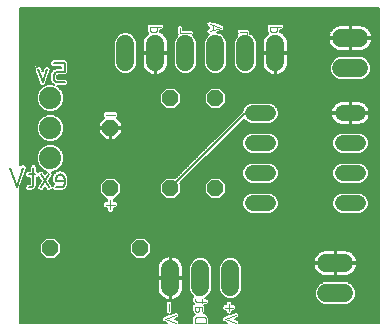
<source format=gbl>
G75*
%MOIN*%
%OFA0B0*%
%FSLAX25Y25*%
%IPPOS*%
%LPD*%
%AMOC8*
5,1,8,0,0,1.08239X$1,22.5*
%
%ADD10C,0.00300*%
%ADD11C,0.00400*%
%ADD12C,0.00600*%
%ADD13C,0.05200*%
%ADD14C,0.06000*%
%ADD15C,0.07400*%
%ADD16OC8,0.05200*%
D10*
X0101492Y0035316D02*
X0105192Y0036550D01*
X0105192Y0034083D02*
X0101492Y0035316D01*
X0102931Y0037923D02*
X0102931Y0040390D01*
X0111492Y0039395D02*
X0111492Y0038470D01*
X0111494Y0038418D01*
X0111500Y0038365D01*
X0111509Y0038314D01*
X0111522Y0038263D01*
X0111539Y0038213D01*
X0111560Y0038165D01*
X0111584Y0038118D01*
X0111611Y0038073D01*
X0111642Y0038031D01*
X0111676Y0037990D01*
X0111712Y0037952D01*
X0111751Y0037917D01*
X0111793Y0037885D01*
X0111836Y0037856D01*
X0111882Y0037831D01*
X0111930Y0037808D01*
X0111979Y0037790D01*
X0112029Y0037774D01*
X0112080Y0037763D01*
X0112132Y0037755D01*
X0112185Y0037751D01*
X0112237Y0037751D01*
X0112290Y0037755D01*
X0112342Y0037763D01*
X0112393Y0037774D01*
X0112443Y0037790D01*
X0112492Y0037808D01*
X0112540Y0037831D01*
X0112586Y0037856D01*
X0112629Y0037885D01*
X0112671Y0037917D01*
X0112710Y0037952D01*
X0112746Y0037990D01*
X0112780Y0038031D01*
X0112811Y0038073D01*
X0112838Y0038118D01*
X0112862Y0038165D01*
X0112883Y0038213D01*
X0112900Y0038263D01*
X0112913Y0038314D01*
X0112922Y0038365D01*
X0112928Y0038418D01*
X0112930Y0038470D01*
X0112931Y0038470D02*
X0112931Y0039395D01*
X0113342Y0039395D02*
X0111492Y0039395D01*
X0112108Y0041117D02*
X0115192Y0041117D01*
X0113958Y0040706D02*
X0113958Y0041939D01*
X0113958Y0043476D02*
X0113958Y0044298D01*
X0113959Y0044298D02*
X0113957Y0044346D01*
X0113951Y0044395D01*
X0113942Y0044442D01*
X0113929Y0044489D01*
X0113912Y0044534D01*
X0113892Y0044578D01*
X0113868Y0044620D01*
X0113841Y0044661D01*
X0113811Y0044699D01*
X0113778Y0044734D01*
X0113743Y0044767D01*
X0113705Y0044797D01*
X0113664Y0044824D01*
X0113622Y0044848D01*
X0113578Y0044868D01*
X0113533Y0044885D01*
X0113486Y0044898D01*
X0113439Y0044907D01*
X0113390Y0044913D01*
X0113342Y0044915D01*
X0111492Y0044915D01*
X0111492Y0043990D01*
X0111494Y0043938D01*
X0111500Y0043885D01*
X0111509Y0043834D01*
X0111522Y0043783D01*
X0111539Y0043733D01*
X0111560Y0043685D01*
X0111584Y0043638D01*
X0111611Y0043593D01*
X0111642Y0043551D01*
X0111676Y0043510D01*
X0111712Y0043472D01*
X0111751Y0043437D01*
X0111793Y0043405D01*
X0111836Y0043376D01*
X0111882Y0043351D01*
X0111930Y0043328D01*
X0111979Y0043310D01*
X0112029Y0043294D01*
X0112080Y0043283D01*
X0112132Y0043275D01*
X0112185Y0043271D01*
X0112237Y0043271D01*
X0112290Y0043275D01*
X0112342Y0043283D01*
X0112393Y0043294D01*
X0112443Y0043310D01*
X0112492Y0043328D01*
X0112540Y0043351D01*
X0112586Y0043376D01*
X0112629Y0043405D01*
X0112671Y0043437D01*
X0112710Y0043472D01*
X0112746Y0043510D01*
X0112780Y0043551D01*
X0112811Y0043593D01*
X0112838Y0043638D01*
X0112862Y0043685D01*
X0112883Y0043733D01*
X0112900Y0043783D01*
X0112913Y0043834D01*
X0112922Y0043885D01*
X0112928Y0043938D01*
X0112930Y0043990D01*
X0112931Y0043990D02*
X0112931Y0044915D01*
X0111491Y0041734D02*
X0111493Y0041686D01*
X0111499Y0041637D01*
X0111508Y0041590D01*
X0111521Y0041543D01*
X0111538Y0041498D01*
X0111558Y0041454D01*
X0111582Y0041412D01*
X0111609Y0041371D01*
X0111639Y0041333D01*
X0111672Y0041298D01*
X0111707Y0041265D01*
X0111745Y0041235D01*
X0111786Y0041208D01*
X0111828Y0041184D01*
X0111872Y0041164D01*
X0111917Y0041147D01*
X0111964Y0041134D01*
X0112011Y0041125D01*
X0112060Y0041119D01*
X0112108Y0041117D01*
X0111492Y0041734D02*
X0111492Y0041939D01*
X0113342Y0039395D02*
X0113390Y0039393D01*
X0113439Y0039387D01*
X0113486Y0039378D01*
X0113533Y0039365D01*
X0113578Y0039348D01*
X0113622Y0039328D01*
X0113664Y0039304D01*
X0113705Y0039277D01*
X0113743Y0039247D01*
X0113778Y0039214D01*
X0113811Y0039179D01*
X0113841Y0039141D01*
X0113868Y0039100D01*
X0113892Y0039058D01*
X0113912Y0039014D01*
X0113929Y0038969D01*
X0113942Y0038922D01*
X0113951Y0038875D01*
X0113957Y0038826D01*
X0113959Y0038778D01*
X0113958Y0038778D02*
X0113958Y0037956D01*
X0114164Y0036139D02*
X0112520Y0036139D01*
X0112458Y0036137D01*
X0112396Y0036132D01*
X0112335Y0036122D01*
X0112274Y0036109D01*
X0112214Y0036092D01*
X0112155Y0036072D01*
X0112098Y0036048D01*
X0112042Y0036021D01*
X0111988Y0035991D01*
X0111936Y0035957D01*
X0111886Y0035920D01*
X0111838Y0035880D01*
X0111793Y0035838D01*
X0111751Y0035793D01*
X0111711Y0035745D01*
X0111674Y0035695D01*
X0111640Y0035643D01*
X0111610Y0035589D01*
X0111583Y0035533D01*
X0111559Y0035476D01*
X0111539Y0035417D01*
X0111522Y0035357D01*
X0111509Y0035296D01*
X0111499Y0035235D01*
X0111494Y0035173D01*
X0111492Y0035111D01*
X0111492Y0034083D01*
X0115192Y0034083D01*
X0115192Y0035111D01*
X0115190Y0035173D01*
X0115185Y0035235D01*
X0115175Y0035296D01*
X0115162Y0035357D01*
X0115145Y0035417D01*
X0115125Y0035476D01*
X0115101Y0035533D01*
X0115074Y0035589D01*
X0115044Y0035643D01*
X0115010Y0035695D01*
X0114973Y0035745D01*
X0114933Y0035793D01*
X0114891Y0035838D01*
X0114846Y0035880D01*
X0114798Y0035920D01*
X0114748Y0035957D01*
X0114696Y0035991D01*
X0114642Y0036021D01*
X0114586Y0036048D01*
X0114529Y0036072D01*
X0114470Y0036092D01*
X0114410Y0036109D01*
X0114349Y0036122D01*
X0114288Y0036132D01*
X0114226Y0036137D01*
X0114164Y0036139D01*
X0121492Y0035316D02*
X0125192Y0036550D01*
X0125192Y0034083D02*
X0121492Y0035316D01*
X0122931Y0037923D02*
X0122931Y0040390D01*
X0124164Y0039156D02*
X0121697Y0039156D01*
X0130192Y0124083D02*
X0126492Y0125316D01*
X0130192Y0126550D01*
X0130192Y0127734D02*
X0130192Y0127939D01*
X0129986Y0127939D01*
X0129986Y0127734D01*
X0130192Y0127734D01*
X0128958Y0127836D02*
X0126492Y0127836D01*
X0126492Y0129414D02*
X0128958Y0129414D01*
X0128958Y0130442D01*
X0128959Y0130442D02*
X0128957Y0130490D01*
X0128951Y0130539D01*
X0128942Y0130586D01*
X0128929Y0130633D01*
X0128912Y0130678D01*
X0128892Y0130722D01*
X0128868Y0130764D01*
X0128841Y0130805D01*
X0128811Y0130843D01*
X0128778Y0130878D01*
X0128743Y0130911D01*
X0128705Y0130941D01*
X0128664Y0130968D01*
X0128622Y0130992D01*
X0128578Y0131012D01*
X0128533Y0131029D01*
X0128486Y0131042D01*
X0128439Y0131051D01*
X0128390Y0131057D01*
X0128342Y0131059D01*
X0126492Y0131059D01*
X0120192Y0132431D02*
X0116492Y0133664D01*
X0117417Y0133356D02*
X0117417Y0131506D01*
X0116492Y0131197D02*
X0120192Y0132431D01*
X0119164Y0129739D02*
X0117520Y0129739D01*
X0117458Y0129737D01*
X0117396Y0129732D01*
X0117335Y0129722D01*
X0117274Y0129709D01*
X0117214Y0129692D01*
X0117155Y0129672D01*
X0117098Y0129648D01*
X0117042Y0129621D01*
X0116988Y0129591D01*
X0116936Y0129557D01*
X0116886Y0129520D01*
X0116838Y0129480D01*
X0116793Y0129438D01*
X0116751Y0129393D01*
X0116711Y0129345D01*
X0116674Y0129295D01*
X0116640Y0129243D01*
X0116610Y0129189D01*
X0116583Y0129133D01*
X0116559Y0129076D01*
X0116539Y0129017D01*
X0116522Y0128957D01*
X0116509Y0128896D01*
X0116499Y0128835D01*
X0116494Y0128773D01*
X0116492Y0128711D01*
X0116492Y0127683D01*
X0120192Y0127683D01*
X0120192Y0128711D01*
X0120190Y0128773D01*
X0120185Y0128835D01*
X0120175Y0128896D01*
X0120162Y0128957D01*
X0120145Y0129017D01*
X0120125Y0129076D01*
X0120101Y0129133D01*
X0120074Y0129189D01*
X0120044Y0129243D01*
X0120010Y0129295D01*
X0119973Y0129345D01*
X0119933Y0129393D01*
X0119891Y0129438D01*
X0119846Y0129480D01*
X0119798Y0129520D01*
X0119748Y0129557D01*
X0119696Y0129591D01*
X0119642Y0129621D01*
X0119586Y0129648D01*
X0119529Y0129672D01*
X0119470Y0129692D01*
X0119410Y0129709D01*
X0119349Y0129722D01*
X0119288Y0129732D01*
X0119226Y0129737D01*
X0119164Y0129739D01*
X0118033Y0125728D02*
X0118650Y0124597D01*
X0120192Y0125008D02*
X0120190Y0125084D01*
X0120184Y0125160D01*
X0120175Y0125236D01*
X0120162Y0125311D01*
X0120145Y0125386D01*
X0120124Y0125459D01*
X0120100Y0125532D01*
X0120073Y0125603D01*
X0120041Y0125672D01*
X0120007Y0125741D01*
X0119969Y0125807D01*
X0119928Y0125871D01*
X0119884Y0125933D01*
X0118651Y0124597D02*
X0118680Y0124551D01*
X0118712Y0124508D01*
X0118746Y0124466D01*
X0118784Y0124427D01*
X0118823Y0124390D01*
X0118865Y0124356D01*
X0118910Y0124324D01*
X0118956Y0124296D01*
X0119004Y0124271D01*
X0119053Y0124248D01*
X0119104Y0124230D01*
X0119156Y0124214D01*
X0119208Y0124202D01*
X0119262Y0124193D01*
X0119316Y0124188D01*
X0119370Y0124186D01*
X0119426Y0124188D01*
X0119482Y0124194D01*
X0119537Y0124203D01*
X0119592Y0124216D01*
X0119645Y0124233D01*
X0119697Y0124254D01*
X0119748Y0124278D01*
X0119797Y0124306D01*
X0119844Y0124336D01*
X0119889Y0124370D01*
X0119931Y0124407D01*
X0119971Y0124447D01*
X0120008Y0124489D01*
X0120042Y0124534D01*
X0120072Y0124581D01*
X0120100Y0124630D01*
X0120124Y0124681D01*
X0120145Y0124733D01*
X0120162Y0124786D01*
X0120175Y0124841D01*
X0120184Y0124896D01*
X0120190Y0124952D01*
X0120192Y0125008D01*
X0117006Y0124083D02*
X0116950Y0124141D01*
X0116897Y0124201D01*
X0116846Y0124264D01*
X0116799Y0124330D01*
X0116755Y0124397D01*
X0116714Y0124467D01*
X0116676Y0124538D01*
X0116642Y0124611D01*
X0116611Y0124685D01*
X0116583Y0124761D01*
X0116559Y0124838D01*
X0116539Y0124916D01*
X0116522Y0124995D01*
X0116509Y0125075D01*
X0116499Y0125155D01*
X0116494Y0125235D01*
X0116492Y0125316D01*
X0116494Y0125372D01*
X0116500Y0125428D01*
X0116509Y0125483D01*
X0116522Y0125538D01*
X0116539Y0125591D01*
X0116560Y0125643D01*
X0116584Y0125694D01*
X0116612Y0125743D01*
X0116642Y0125790D01*
X0116676Y0125835D01*
X0116713Y0125877D01*
X0116753Y0125917D01*
X0116795Y0125954D01*
X0116840Y0125988D01*
X0116887Y0126018D01*
X0116936Y0126046D01*
X0116987Y0126070D01*
X0117039Y0126091D01*
X0117092Y0126108D01*
X0117147Y0126121D01*
X0117202Y0126130D01*
X0117258Y0126136D01*
X0117314Y0126138D01*
X0117314Y0126139D02*
X0117368Y0126137D01*
X0117422Y0126132D01*
X0117476Y0126123D01*
X0117528Y0126111D01*
X0117580Y0126095D01*
X0117631Y0126077D01*
X0117680Y0126054D01*
X0117728Y0126029D01*
X0117774Y0126001D01*
X0117819Y0125969D01*
X0117861Y0125935D01*
X0117900Y0125898D01*
X0117938Y0125859D01*
X0117972Y0125817D01*
X0118004Y0125774D01*
X0118033Y0125728D01*
X0110192Y0128375D02*
X0110192Y0129197D01*
X0110192Y0128375D02*
X0110190Y0128319D01*
X0110184Y0128263D01*
X0110175Y0128208D01*
X0110162Y0128153D01*
X0110145Y0128100D01*
X0110124Y0128048D01*
X0110100Y0127997D01*
X0110072Y0127948D01*
X0110042Y0127901D01*
X0110008Y0127856D01*
X0109971Y0127814D01*
X0109931Y0127774D01*
X0109889Y0127737D01*
X0109844Y0127703D01*
X0109797Y0127673D01*
X0109748Y0127645D01*
X0109697Y0127621D01*
X0109645Y0127600D01*
X0109592Y0127583D01*
X0109537Y0127570D01*
X0109482Y0127561D01*
X0109426Y0127555D01*
X0109370Y0127553D01*
X0107314Y0127553D01*
X0107258Y0127555D01*
X0107202Y0127561D01*
X0107147Y0127570D01*
X0107092Y0127583D01*
X0107039Y0127600D01*
X0106987Y0127621D01*
X0106936Y0127645D01*
X0106887Y0127673D01*
X0106840Y0127703D01*
X0106795Y0127737D01*
X0106753Y0127774D01*
X0106713Y0127814D01*
X0106676Y0127856D01*
X0106642Y0127901D01*
X0106612Y0127948D01*
X0106584Y0127997D01*
X0106560Y0128048D01*
X0106539Y0128100D01*
X0106522Y0128153D01*
X0106509Y0128208D01*
X0106500Y0128263D01*
X0106494Y0128319D01*
X0106492Y0128375D01*
X0106492Y0129197D01*
X0106492Y0130690D02*
X0106492Y0132334D01*
X0106492Y0130690D02*
X0110192Y0130690D01*
X0108033Y0125728D02*
X0108650Y0124597D01*
X0110192Y0125008D02*
X0110190Y0125084D01*
X0110184Y0125160D01*
X0110175Y0125236D01*
X0110162Y0125311D01*
X0110145Y0125386D01*
X0110124Y0125459D01*
X0110100Y0125532D01*
X0110073Y0125603D01*
X0110041Y0125672D01*
X0110007Y0125741D01*
X0109969Y0125807D01*
X0109928Y0125871D01*
X0109884Y0125933D01*
X0108651Y0124597D02*
X0108680Y0124551D01*
X0108712Y0124508D01*
X0108746Y0124466D01*
X0108784Y0124427D01*
X0108823Y0124390D01*
X0108865Y0124356D01*
X0108910Y0124324D01*
X0108956Y0124296D01*
X0109004Y0124271D01*
X0109053Y0124248D01*
X0109104Y0124230D01*
X0109156Y0124214D01*
X0109208Y0124202D01*
X0109262Y0124193D01*
X0109316Y0124188D01*
X0109370Y0124186D01*
X0109426Y0124188D01*
X0109482Y0124194D01*
X0109537Y0124203D01*
X0109592Y0124216D01*
X0109645Y0124233D01*
X0109697Y0124254D01*
X0109748Y0124278D01*
X0109797Y0124306D01*
X0109844Y0124336D01*
X0109889Y0124370D01*
X0109931Y0124407D01*
X0109971Y0124447D01*
X0110008Y0124489D01*
X0110042Y0124534D01*
X0110072Y0124581D01*
X0110100Y0124630D01*
X0110124Y0124681D01*
X0110145Y0124733D01*
X0110162Y0124786D01*
X0110175Y0124841D01*
X0110184Y0124896D01*
X0110190Y0124952D01*
X0110192Y0125008D01*
X0107006Y0124083D02*
X0106950Y0124141D01*
X0106897Y0124201D01*
X0106846Y0124264D01*
X0106799Y0124330D01*
X0106755Y0124397D01*
X0106714Y0124467D01*
X0106676Y0124538D01*
X0106642Y0124611D01*
X0106611Y0124685D01*
X0106583Y0124761D01*
X0106559Y0124838D01*
X0106539Y0124916D01*
X0106522Y0124995D01*
X0106509Y0125075D01*
X0106499Y0125155D01*
X0106494Y0125235D01*
X0106492Y0125316D01*
X0106494Y0125372D01*
X0106500Y0125428D01*
X0106509Y0125483D01*
X0106522Y0125538D01*
X0106539Y0125591D01*
X0106560Y0125643D01*
X0106584Y0125694D01*
X0106612Y0125743D01*
X0106642Y0125790D01*
X0106676Y0125835D01*
X0106713Y0125877D01*
X0106753Y0125917D01*
X0106795Y0125954D01*
X0106840Y0125988D01*
X0106887Y0126018D01*
X0106936Y0126046D01*
X0106987Y0126070D01*
X0107039Y0126091D01*
X0107092Y0126108D01*
X0107147Y0126121D01*
X0107202Y0126130D01*
X0107258Y0126136D01*
X0107314Y0126138D01*
X0107314Y0126139D02*
X0107368Y0126137D01*
X0107422Y0126132D01*
X0107476Y0126123D01*
X0107528Y0126111D01*
X0107580Y0126095D01*
X0107631Y0126077D01*
X0107680Y0126054D01*
X0107728Y0126029D01*
X0107774Y0126001D01*
X0107819Y0125969D01*
X0107861Y0125935D01*
X0107900Y0125898D01*
X0107938Y0125859D01*
X0107972Y0125817D01*
X0108004Y0125774D01*
X0108033Y0125728D01*
X0100192Y0126139D02*
X0100192Y0124905D01*
X0100190Y0124849D01*
X0100184Y0124793D01*
X0100175Y0124738D01*
X0100162Y0124683D01*
X0100145Y0124630D01*
X0100124Y0124578D01*
X0100100Y0124527D01*
X0100072Y0124478D01*
X0100042Y0124431D01*
X0100008Y0124386D01*
X0099971Y0124344D01*
X0099931Y0124304D01*
X0099889Y0124267D01*
X0099844Y0124233D01*
X0099797Y0124203D01*
X0099748Y0124175D01*
X0099697Y0124151D01*
X0099645Y0124130D01*
X0099592Y0124113D01*
X0099537Y0124100D01*
X0099482Y0124091D01*
X0099426Y0124085D01*
X0099370Y0124083D01*
X0097314Y0124083D01*
X0097258Y0124085D01*
X0097202Y0124091D01*
X0097147Y0124100D01*
X0097092Y0124113D01*
X0097039Y0124130D01*
X0096987Y0124151D01*
X0096936Y0124175D01*
X0096887Y0124203D01*
X0096840Y0124233D01*
X0096795Y0124267D01*
X0096753Y0124304D01*
X0096713Y0124344D01*
X0096676Y0124386D01*
X0096642Y0124431D01*
X0096612Y0124478D01*
X0096584Y0124527D01*
X0096560Y0124578D01*
X0096539Y0124630D01*
X0096522Y0124683D01*
X0096509Y0124738D01*
X0096500Y0124793D01*
X0096494Y0124849D01*
X0096492Y0124905D01*
X0096492Y0126139D01*
X0098547Y0126139D01*
X0098547Y0125522D01*
X0098958Y0127889D02*
X0096492Y0127889D01*
X0096492Y0129533D02*
X0098342Y0129533D01*
X0098390Y0129531D01*
X0098439Y0129525D01*
X0098486Y0129516D01*
X0098533Y0129503D01*
X0098578Y0129486D01*
X0098622Y0129466D01*
X0098664Y0129442D01*
X0098705Y0129415D01*
X0098743Y0129385D01*
X0098778Y0129352D01*
X0098811Y0129317D01*
X0098841Y0129279D01*
X0098868Y0129238D01*
X0098892Y0129196D01*
X0098912Y0129152D01*
X0098929Y0129107D01*
X0098942Y0129060D01*
X0098951Y0129013D01*
X0098957Y0128964D01*
X0098959Y0128916D01*
X0098958Y0128916D02*
X0098958Y0127889D01*
X0098342Y0131111D02*
X0097108Y0131111D01*
X0097108Y0131110D02*
X0097060Y0131112D01*
X0097011Y0131118D01*
X0096964Y0131127D01*
X0096917Y0131140D01*
X0096872Y0131157D01*
X0096828Y0131177D01*
X0096786Y0131201D01*
X0096745Y0131228D01*
X0096707Y0131258D01*
X0096672Y0131291D01*
X0096639Y0131326D01*
X0096609Y0131364D01*
X0096582Y0131405D01*
X0096558Y0131447D01*
X0096538Y0131491D01*
X0096521Y0131536D01*
X0096508Y0131583D01*
X0096499Y0131630D01*
X0096493Y0131679D01*
X0096491Y0131727D01*
X0096492Y0131727D02*
X0096492Y0132755D01*
X0100192Y0132755D01*
X0098958Y0132755D02*
X0098958Y0131727D01*
X0098959Y0131727D02*
X0098957Y0131679D01*
X0098951Y0131630D01*
X0098942Y0131583D01*
X0098929Y0131536D01*
X0098912Y0131491D01*
X0098892Y0131447D01*
X0098868Y0131405D01*
X0098841Y0131364D01*
X0098811Y0131326D01*
X0098778Y0131291D01*
X0098743Y0131258D01*
X0098705Y0131228D01*
X0098664Y0131201D01*
X0098622Y0131177D01*
X0098578Y0131157D01*
X0098533Y0131140D01*
X0098486Y0131127D01*
X0098439Y0131118D01*
X0098390Y0131112D01*
X0098342Y0131110D01*
X0090192Y0126139D02*
X0090192Y0124083D01*
X0088547Y0124083D01*
X0088547Y0125316D01*
X0088545Y0125372D01*
X0088539Y0125428D01*
X0088530Y0125483D01*
X0088517Y0125538D01*
X0088500Y0125591D01*
X0088479Y0125643D01*
X0088455Y0125694D01*
X0088427Y0125743D01*
X0088397Y0125790D01*
X0088363Y0125835D01*
X0088326Y0125877D01*
X0088286Y0125917D01*
X0088244Y0125954D01*
X0088199Y0125988D01*
X0088152Y0126018D01*
X0088103Y0126046D01*
X0088052Y0126070D01*
X0088000Y0126091D01*
X0087947Y0126108D01*
X0087892Y0126121D01*
X0087837Y0126130D01*
X0087781Y0126136D01*
X0087725Y0126138D01*
X0087725Y0126139D02*
X0087314Y0126139D01*
X0087314Y0126138D02*
X0087258Y0126136D01*
X0087202Y0126130D01*
X0087147Y0126121D01*
X0087092Y0126108D01*
X0087039Y0126091D01*
X0086987Y0126070D01*
X0086936Y0126046D01*
X0086887Y0126018D01*
X0086840Y0125988D01*
X0086795Y0125954D01*
X0086753Y0125917D01*
X0086713Y0125877D01*
X0086676Y0125835D01*
X0086642Y0125790D01*
X0086612Y0125743D01*
X0086584Y0125694D01*
X0086560Y0125643D01*
X0086539Y0125591D01*
X0086522Y0125538D01*
X0086509Y0125483D01*
X0086500Y0125428D01*
X0086494Y0125372D01*
X0086492Y0125316D01*
X0086492Y0124083D01*
X0088958Y0127529D02*
X0086492Y0128351D01*
X0088958Y0129173D01*
X0136492Y0129533D02*
X0138342Y0129533D01*
X0138390Y0129531D01*
X0138439Y0129525D01*
X0138486Y0129516D01*
X0138533Y0129503D01*
X0138578Y0129486D01*
X0138622Y0129466D01*
X0138664Y0129442D01*
X0138705Y0129415D01*
X0138743Y0129385D01*
X0138778Y0129352D01*
X0138811Y0129317D01*
X0138841Y0129279D01*
X0138868Y0129238D01*
X0138892Y0129196D01*
X0138912Y0129152D01*
X0138929Y0129107D01*
X0138942Y0129060D01*
X0138951Y0129013D01*
X0138957Y0128964D01*
X0138959Y0128916D01*
X0138958Y0128916D02*
X0138958Y0127889D01*
X0136492Y0127889D01*
X0136492Y0126139D02*
X0136492Y0124905D01*
X0136494Y0124849D01*
X0136500Y0124793D01*
X0136509Y0124738D01*
X0136522Y0124683D01*
X0136539Y0124630D01*
X0136560Y0124578D01*
X0136584Y0124527D01*
X0136612Y0124478D01*
X0136642Y0124431D01*
X0136676Y0124386D01*
X0136713Y0124344D01*
X0136753Y0124304D01*
X0136795Y0124267D01*
X0136840Y0124233D01*
X0136887Y0124203D01*
X0136936Y0124175D01*
X0136987Y0124151D01*
X0137039Y0124130D01*
X0137092Y0124113D01*
X0137147Y0124100D01*
X0137202Y0124091D01*
X0137258Y0124085D01*
X0137314Y0124083D01*
X0139370Y0124083D01*
X0139426Y0124085D01*
X0139482Y0124091D01*
X0139537Y0124100D01*
X0139592Y0124113D01*
X0139645Y0124130D01*
X0139697Y0124151D01*
X0139748Y0124175D01*
X0139797Y0124203D01*
X0139844Y0124233D01*
X0139889Y0124267D01*
X0139931Y0124304D01*
X0139971Y0124344D01*
X0140008Y0124386D01*
X0140042Y0124431D01*
X0140072Y0124478D01*
X0140100Y0124527D01*
X0140124Y0124578D01*
X0140145Y0124630D01*
X0140162Y0124683D01*
X0140175Y0124738D01*
X0140184Y0124793D01*
X0140190Y0124849D01*
X0140192Y0124905D01*
X0140192Y0126139D01*
X0138547Y0126139D02*
X0136492Y0126139D01*
X0138547Y0126139D02*
X0138547Y0125522D01*
X0138342Y0131111D02*
X0137108Y0131111D01*
X0137108Y0131110D02*
X0137060Y0131112D01*
X0137011Y0131118D01*
X0136964Y0131127D01*
X0136917Y0131140D01*
X0136872Y0131157D01*
X0136828Y0131177D01*
X0136786Y0131201D01*
X0136745Y0131228D01*
X0136707Y0131258D01*
X0136672Y0131291D01*
X0136639Y0131326D01*
X0136609Y0131364D01*
X0136582Y0131405D01*
X0136558Y0131447D01*
X0136538Y0131491D01*
X0136521Y0131536D01*
X0136508Y0131583D01*
X0136499Y0131630D01*
X0136493Y0131679D01*
X0136491Y0131727D01*
X0136492Y0131727D02*
X0136492Y0132755D01*
X0140192Y0132755D01*
X0138958Y0132755D02*
X0138958Y0131727D01*
X0138959Y0131727D02*
X0138957Y0131679D01*
X0138951Y0131630D01*
X0138942Y0131583D01*
X0138929Y0131536D01*
X0138912Y0131491D01*
X0138892Y0131447D01*
X0138868Y0131405D01*
X0138841Y0131364D01*
X0138811Y0131326D01*
X0138778Y0131291D01*
X0138743Y0131258D01*
X0138705Y0131228D01*
X0138664Y0131201D01*
X0138622Y0131177D01*
X0138578Y0131157D01*
X0138533Y0131140D01*
X0138486Y0131127D01*
X0138439Y0131118D01*
X0138390Y0131112D01*
X0138342Y0131110D01*
D11*
X0084875Y0103422D02*
X0081808Y0103422D01*
X0083342Y0074955D02*
X0083342Y0071889D01*
X0084875Y0073422D02*
X0081808Y0073422D01*
D12*
X0053342Y0079123D02*
X0053342Y0033933D01*
X0102321Y0033933D01*
X0101492Y0034210D01*
X0101411Y0034183D01*
X0101089Y0034344D01*
X0100747Y0034458D01*
X0100709Y0034534D01*
X0100633Y0034572D01*
X0100519Y0034914D01*
X0100358Y0035236D01*
X0100385Y0035316D01*
X0100358Y0035397D01*
X0100519Y0035719D01*
X0100633Y0036061D01*
X0100709Y0036099D01*
X0100747Y0036175D01*
X0101089Y0036289D01*
X0101411Y0036450D01*
X0101492Y0036423D01*
X0102841Y0036873D01*
X0102496Y0036873D01*
X0101881Y0037488D01*
X0101881Y0040825D01*
X0102496Y0041440D01*
X0103366Y0041440D01*
X0103981Y0040825D01*
X0103981Y0037488D01*
X0103628Y0037135D01*
X0105272Y0037683D01*
X0106050Y0037294D01*
X0106325Y0036469D01*
X0105936Y0035691D01*
X0104812Y0035316D01*
X0105936Y0034942D01*
X0106325Y0034164D01*
X0106249Y0033933D01*
X0110442Y0033933D01*
X0110442Y0034676D01*
X0110442Y0034676D01*
X0110442Y0035668D01*
X0110999Y0036632D01*
X0110999Y0036632D01*
X0111411Y0036870D01*
X0111118Y0036965D01*
X0111118Y0036965D01*
X0111118Y0036965D01*
X0110442Y0037895D01*
X0110442Y0039830D01*
X0111039Y0040427D01*
X0110888Y0040514D01*
X0110888Y0040514D01*
X0110442Y0041287D01*
X0110442Y0042374D01*
X0110880Y0042812D01*
X0110701Y0043059D01*
X0110036Y0043724D01*
X0109442Y0045157D01*
X0109442Y0052709D01*
X0110036Y0054142D01*
X0111133Y0055239D01*
X0112566Y0055833D01*
X0114118Y0055833D01*
X0115551Y0055239D01*
X0116648Y0054142D01*
X0117242Y0052709D01*
X0117242Y0045157D01*
X0116648Y0043724D01*
X0115551Y0042627D01*
X0114989Y0042394D01*
X0115008Y0042374D01*
X0115008Y0042167D01*
X0115627Y0042167D01*
X0116242Y0041552D01*
X0116242Y0040682D01*
X0115627Y0040067D01*
X0114804Y0040067D01*
X0114626Y0039888D01*
X0115008Y0039225D01*
X0115008Y0038343D01*
X0115008Y0038343D01*
X0115008Y0037521D01*
X0114676Y0037189D01*
X0114721Y0037189D01*
X0115685Y0036632D01*
X0115685Y0036632D01*
X0115685Y0036632D01*
X0116242Y0035668D01*
X0116242Y0033933D01*
X0122321Y0033933D01*
X0121492Y0034210D01*
X0121411Y0034183D01*
X0121089Y0034344D01*
X0120747Y0034458D01*
X0120709Y0034534D01*
X0120633Y0034572D01*
X0120519Y0034914D01*
X0120358Y0035236D01*
X0120385Y0035316D01*
X0120358Y0035397D01*
X0120519Y0035719D01*
X0120633Y0036061D01*
X0120709Y0036099D01*
X0120747Y0036175D01*
X0121089Y0036289D01*
X0121411Y0036450D01*
X0121492Y0036423D01*
X0122841Y0036873D01*
X0122496Y0036873D01*
X0121881Y0037488D01*
X0121881Y0038106D01*
X0121262Y0038106D01*
X0120647Y0038721D01*
X0120647Y0039591D01*
X0121262Y0040206D01*
X0121881Y0040206D01*
X0121881Y0040825D01*
X0122496Y0041440D01*
X0123366Y0041440D01*
X0123981Y0040825D01*
X0123981Y0040206D01*
X0124599Y0040206D01*
X0125214Y0039591D01*
X0125214Y0038721D01*
X0124599Y0038106D01*
X0123981Y0038106D01*
X0123981Y0037488D01*
X0123628Y0037135D01*
X0125272Y0037683D01*
X0126050Y0037294D01*
X0126325Y0036469D01*
X0125936Y0035691D01*
X0124812Y0035316D01*
X0125936Y0034942D01*
X0126325Y0034164D01*
X0126249Y0033933D01*
X0172743Y0033933D01*
X0172743Y0138933D01*
X0053342Y0138933D01*
X0053342Y0086551D01*
X0054096Y0086929D01*
X0055039Y0086614D01*
X0055484Y0085725D01*
X0053342Y0079299D01*
X0053342Y0079168D01*
X0053351Y0079141D01*
X0053342Y0079123D01*
X0053342Y0079208D02*
X0054963Y0079208D01*
X0054963Y0078736D02*
X0055665Y0078033D01*
X0057125Y0078033D01*
X0058177Y0078640D01*
X0058177Y0078640D01*
X0058785Y0079692D01*
X0058785Y0082300D01*
X0058793Y0082300D01*
X0059173Y0082680D01*
X0060049Y0081366D01*
X0058795Y0079485D01*
X0058990Y0078510D01*
X0059817Y0077959D01*
X0060792Y0078154D01*
X0061491Y0079203D01*
X0062191Y0078154D01*
X0063166Y0077959D01*
X0063993Y0078510D01*
X0064031Y0078702D01*
X0064700Y0078033D01*
X0067582Y0078033D01*
X0068634Y0078640D01*
X0068634Y0078640D01*
X0068634Y0078640D01*
X0069242Y0079692D01*
X0069242Y0082930D01*
X0068240Y0084308D01*
X0066620Y0084835D01*
X0064999Y0084308D01*
X0063997Y0082930D01*
X0063997Y0080869D01*
X0064567Y0080300D01*
X0064014Y0079746D01*
X0062933Y0081366D01*
X0064188Y0083248D01*
X0063993Y0084222D01*
X0063827Y0084333D01*
X0064257Y0084333D01*
X0065947Y0085033D01*
X0067241Y0086327D01*
X0067942Y0088018D01*
X0067942Y0089848D01*
X0067241Y0091539D01*
X0065947Y0092833D01*
X0064257Y0093533D01*
X0062427Y0093533D01*
X0060736Y0092833D01*
X0059442Y0091539D01*
X0058742Y0089848D01*
X0058742Y0088018D01*
X0059442Y0086327D01*
X0060736Y0085033D01*
X0062113Y0084463D01*
X0061491Y0083530D01*
X0060792Y0084579D01*
X0059817Y0084774D01*
X0059158Y0084335D01*
X0058793Y0084700D01*
X0058785Y0084700D01*
X0058785Y0086130D01*
X0058082Y0086833D01*
X0057088Y0086833D01*
X0056385Y0086130D01*
X0056385Y0084700D01*
X0055665Y0084700D01*
X0054963Y0083997D01*
X0054963Y0083003D01*
X0055665Y0082300D01*
X0056385Y0082300D01*
X0056385Y0080433D01*
X0055665Y0080433D01*
X0054963Y0079730D01*
X0054963Y0078736D01*
X0055089Y0078610D02*
X0053342Y0078610D01*
X0053342Y0078011D02*
X0059739Y0078011D01*
X0060077Y0078011D02*
X0062905Y0078011D01*
X0063244Y0078011D02*
X0079842Y0078011D01*
X0079842Y0077483D02*
X0081892Y0075433D01*
X0082264Y0075433D01*
X0082242Y0075411D01*
X0082242Y0074522D01*
X0081353Y0074522D01*
X0080708Y0073878D01*
X0080708Y0072966D01*
X0081353Y0072322D01*
X0082242Y0072322D01*
X0082242Y0071433D01*
X0082886Y0070789D01*
X0083797Y0070789D01*
X0084442Y0071433D01*
X0084442Y0072322D01*
X0085331Y0072322D01*
X0085975Y0072966D01*
X0085975Y0073878D01*
X0085331Y0074522D01*
X0084442Y0074522D01*
X0084442Y0075411D01*
X0084420Y0075433D01*
X0084792Y0075433D01*
X0086842Y0077483D01*
X0086842Y0080383D01*
X0084792Y0082433D01*
X0081892Y0082433D01*
X0079842Y0080383D01*
X0079842Y0077483D01*
X0079913Y0077412D02*
X0053342Y0077412D01*
X0053342Y0076814D02*
X0080511Y0076814D01*
X0081110Y0076215D02*
X0053342Y0076215D01*
X0053342Y0075617D02*
X0081708Y0075617D01*
X0082242Y0075018D02*
X0053342Y0075018D01*
X0053342Y0074420D02*
X0081251Y0074420D01*
X0080708Y0073821D02*
X0053342Y0073821D01*
X0053342Y0073223D02*
X0080708Y0073223D01*
X0081050Y0072624D02*
X0053342Y0072624D01*
X0053342Y0072026D02*
X0082242Y0072026D01*
X0082247Y0071427D02*
X0053342Y0071427D01*
X0053342Y0070829D02*
X0082846Y0070829D01*
X0083838Y0070829D02*
X0129090Y0070829D01*
X0128759Y0070966D02*
X0130046Y0070433D01*
X0136638Y0070433D01*
X0137924Y0070966D01*
X0138909Y0071950D01*
X0139442Y0073237D01*
X0139442Y0074629D01*
X0138909Y0075916D01*
X0137924Y0076900D01*
X0136638Y0077433D01*
X0130046Y0077433D01*
X0128759Y0076900D01*
X0127775Y0075916D01*
X0127242Y0074629D01*
X0127242Y0073237D01*
X0127775Y0071950D01*
X0128759Y0070966D01*
X0128298Y0071427D02*
X0084436Y0071427D01*
X0084442Y0072026D02*
X0127743Y0072026D01*
X0127495Y0072624D02*
X0085633Y0072624D01*
X0085975Y0073223D02*
X0127248Y0073223D01*
X0127242Y0073821D02*
X0085975Y0073821D01*
X0085433Y0074420D02*
X0127242Y0074420D01*
X0127403Y0075018D02*
X0084442Y0075018D01*
X0084975Y0075617D02*
X0101708Y0075617D01*
X0101892Y0075433D02*
X0104792Y0075433D01*
X0106842Y0077483D01*
X0106842Y0080383D01*
X0106665Y0080559D01*
X0127915Y0101810D01*
X0128759Y0100966D01*
X0130046Y0100433D01*
X0136638Y0100433D01*
X0137924Y0100966D01*
X0138909Y0101950D01*
X0139442Y0103237D01*
X0139442Y0104629D01*
X0138909Y0105916D01*
X0137924Y0106900D01*
X0136638Y0107433D01*
X0130046Y0107433D01*
X0128759Y0106900D01*
X0127775Y0105916D01*
X0127242Y0104629D01*
X0127242Y0104530D01*
X0127142Y0104430D01*
X0104968Y0082256D01*
X0104792Y0082433D01*
X0101892Y0082433D01*
X0099842Y0080383D01*
X0099842Y0077483D01*
X0101892Y0075433D01*
X0101110Y0076215D02*
X0085574Y0076215D01*
X0086172Y0076814D02*
X0100511Y0076814D01*
X0099913Y0077412D02*
X0086771Y0077412D01*
X0086842Y0078011D02*
X0099842Y0078011D01*
X0099842Y0078610D02*
X0086842Y0078610D01*
X0086842Y0079208D02*
X0099842Y0079208D01*
X0099842Y0079807D02*
X0086842Y0079807D01*
X0086820Y0080405D02*
X0099864Y0080405D01*
X0100463Y0081004D02*
X0086221Y0081004D01*
X0085623Y0081602D02*
X0101061Y0081602D01*
X0101660Y0082201D02*
X0085024Y0082201D01*
X0081660Y0082201D02*
X0069242Y0082201D01*
X0069242Y0082799D02*
X0105511Y0082799D01*
X0106109Y0083398D02*
X0068902Y0083398D01*
X0068467Y0083996D02*
X0106708Y0083996D01*
X0107306Y0084595D02*
X0067358Y0084595D01*
X0066620Y0084835D02*
X0066620Y0084835D01*
X0066107Y0085193D02*
X0107905Y0085193D01*
X0108503Y0085792D02*
X0066706Y0085792D01*
X0067267Y0086390D02*
X0109102Y0086390D01*
X0109700Y0086989D02*
X0067515Y0086989D01*
X0067763Y0087587D02*
X0110299Y0087587D01*
X0110897Y0088186D02*
X0067942Y0088186D01*
X0067942Y0088784D02*
X0111496Y0088784D01*
X0112094Y0089383D02*
X0067942Y0089383D01*
X0067887Y0089981D02*
X0112693Y0089981D01*
X0113291Y0090580D02*
X0067639Y0090580D01*
X0067391Y0091178D02*
X0113890Y0091178D01*
X0114488Y0091777D02*
X0067003Y0091777D01*
X0066405Y0092375D02*
X0115087Y0092375D01*
X0115685Y0092974D02*
X0065607Y0092974D01*
X0065310Y0094769D02*
X0117481Y0094769D01*
X0116883Y0094171D02*
X0053342Y0094171D01*
X0053342Y0094769D02*
X0061374Y0094769D01*
X0060736Y0095033D02*
X0059442Y0096327D01*
X0058742Y0098018D01*
X0058742Y0099848D01*
X0059442Y0101539D01*
X0060736Y0102833D01*
X0062427Y0103533D01*
X0064257Y0103533D01*
X0065947Y0102833D01*
X0067241Y0101539D01*
X0067942Y0099848D01*
X0067942Y0098018D01*
X0067241Y0096327D01*
X0065947Y0095033D01*
X0064257Y0094333D01*
X0062427Y0094333D01*
X0060736Y0095033D01*
X0060402Y0095368D02*
X0053342Y0095368D01*
X0053342Y0095966D02*
X0059803Y0095966D01*
X0059344Y0096565D02*
X0053342Y0096565D01*
X0053342Y0097163D02*
X0059096Y0097163D01*
X0058848Y0097762D02*
X0053342Y0097762D01*
X0053342Y0098360D02*
X0058742Y0098360D01*
X0058742Y0098959D02*
X0053342Y0098959D01*
X0053342Y0099557D02*
X0058742Y0099557D01*
X0058869Y0100156D02*
X0053342Y0100156D01*
X0053342Y0100754D02*
X0059117Y0100754D01*
X0059365Y0101353D02*
X0053342Y0101353D01*
X0053342Y0101951D02*
X0059855Y0101951D01*
X0060453Y0102550D02*
X0053342Y0102550D01*
X0053342Y0103148D02*
X0061498Y0103148D01*
X0062397Y0104345D02*
X0053342Y0104345D01*
X0053342Y0103747D02*
X0080708Y0103747D01*
X0080708Y0103878D02*
X0080708Y0102966D01*
X0081284Y0102391D01*
X0079442Y0100548D01*
X0079442Y0099233D01*
X0083042Y0099233D01*
X0083042Y0098633D01*
X0083642Y0098633D01*
X0083642Y0099233D01*
X0087242Y0099233D01*
X0087242Y0100548D01*
X0085400Y0102391D01*
X0085975Y0102966D01*
X0085975Y0103878D01*
X0085331Y0104522D01*
X0081353Y0104522D01*
X0080708Y0103878D01*
X0081176Y0104345D02*
X0064287Y0104345D01*
X0064257Y0104333D02*
X0065947Y0105033D01*
X0067241Y0106327D01*
X0067942Y0108018D01*
X0067942Y0109848D01*
X0067241Y0111539D01*
X0065947Y0112833D01*
X0065464Y0113033D01*
X0066406Y0113033D01*
X0068539Y0113033D01*
X0069242Y0113736D01*
X0069242Y0114730D01*
X0068539Y0115433D01*
X0065908Y0115433D01*
X0065851Y0115441D01*
X0065751Y0115498D01*
X0065694Y0115598D01*
X0065686Y0115655D01*
X0065686Y0116366D01*
X0065694Y0116424D01*
X0065751Y0116524D01*
X0065851Y0116581D01*
X0065908Y0116589D01*
X0068539Y0116589D01*
X0069242Y0117292D01*
X0069242Y0121130D01*
X0068539Y0121833D01*
X0063989Y0121833D01*
X0063286Y0121130D01*
X0063286Y0120136D01*
X0063989Y0119433D01*
X0066842Y0119433D01*
X0066842Y0118989D01*
X0065206Y0118989D01*
X0063989Y0118286D01*
X0063989Y0118286D01*
X0063286Y0117069D01*
X0063286Y0114953D01*
X0063989Y0113736D01*
X0064551Y0113411D01*
X0064257Y0113533D01*
X0062427Y0113533D01*
X0060736Y0112833D01*
X0059442Y0111539D01*
X0058742Y0109848D01*
X0058742Y0108018D01*
X0059442Y0106327D01*
X0060736Y0105033D01*
X0062427Y0104333D01*
X0064257Y0104333D01*
X0065185Y0103148D02*
X0080708Y0103148D01*
X0081125Y0102550D02*
X0066230Y0102550D01*
X0066829Y0101951D02*
X0080845Y0101951D01*
X0080246Y0101353D02*
X0067318Y0101353D01*
X0067566Y0100754D02*
X0079648Y0100754D01*
X0079442Y0100156D02*
X0067814Y0100156D01*
X0067942Y0099557D02*
X0079442Y0099557D01*
X0079442Y0098633D02*
X0079442Y0097318D01*
X0081726Y0095033D01*
X0083042Y0095033D01*
X0083042Y0098633D01*
X0079442Y0098633D01*
X0079442Y0098360D02*
X0067942Y0098360D01*
X0067942Y0098959D02*
X0083042Y0098959D01*
X0083042Y0098360D02*
X0083642Y0098360D01*
X0083642Y0098633D02*
X0083642Y0095033D01*
X0084957Y0095033D01*
X0087242Y0097318D01*
X0087242Y0098633D01*
X0083642Y0098633D01*
X0083642Y0098959D02*
X0121671Y0098959D01*
X0122269Y0099557D02*
X0087242Y0099557D01*
X0087242Y0100156D02*
X0122868Y0100156D01*
X0123466Y0100754D02*
X0087036Y0100754D01*
X0086437Y0101353D02*
X0124065Y0101353D01*
X0124663Y0101951D02*
X0085839Y0101951D01*
X0085559Y0102550D02*
X0125262Y0102550D01*
X0125860Y0103148D02*
X0085975Y0103148D01*
X0085975Y0103747D02*
X0126459Y0103747D01*
X0127057Y0104345D02*
X0085507Y0104345D01*
X0087242Y0098360D02*
X0121072Y0098360D01*
X0120474Y0097762D02*
X0087242Y0097762D01*
X0087088Y0097163D02*
X0119875Y0097163D01*
X0119277Y0096565D02*
X0086489Y0096565D01*
X0085890Y0095966D02*
X0118678Y0095966D01*
X0118080Y0095368D02*
X0085292Y0095368D01*
X0083642Y0095368D02*
X0083042Y0095368D01*
X0083042Y0095966D02*
X0083642Y0095966D01*
X0083642Y0096565D02*
X0083042Y0096565D01*
X0083042Y0097163D02*
X0083642Y0097163D01*
X0083642Y0097762D02*
X0083042Y0097762D01*
X0081392Y0095368D02*
X0066282Y0095368D01*
X0066880Y0095966D02*
X0080793Y0095966D01*
X0080195Y0096565D02*
X0067340Y0096565D01*
X0067588Y0097163D02*
X0079596Y0097163D01*
X0079442Y0097762D02*
X0067836Y0097762D01*
X0061077Y0092974D02*
X0053342Y0092974D01*
X0053342Y0093572D02*
X0116284Y0093572D01*
X0117883Y0091777D02*
X0127948Y0091777D01*
X0127775Y0091950D02*
X0128759Y0090966D01*
X0130046Y0090433D01*
X0136638Y0090433D01*
X0137924Y0090966D01*
X0138909Y0091950D01*
X0139442Y0093237D01*
X0139442Y0094629D01*
X0138909Y0095916D01*
X0137924Y0096900D01*
X0136638Y0097433D01*
X0130046Y0097433D01*
X0128759Y0096900D01*
X0127775Y0095916D01*
X0127242Y0094629D01*
X0127242Y0093237D01*
X0127775Y0091950D01*
X0127599Y0092375D02*
X0118481Y0092375D01*
X0119080Y0092974D02*
X0127351Y0092974D01*
X0127242Y0093572D02*
X0119678Y0093572D01*
X0120277Y0094171D02*
X0127242Y0094171D01*
X0127300Y0094769D02*
X0120875Y0094769D01*
X0121474Y0095368D02*
X0127548Y0095368D01*
X0127825Y0095966D02*
X0122072Y0095966D01*
X0122671Y0096565D02*
X0128424Y0096565D01*
X0129395Y0097163D02*
X0123269Y0097163D01*
X0123868Y0097762D02*
X0172743Y0097762D01*
X0172743Y0098360D02*
X0124466Y0098360D01*
X0125065Y0098959D02*
X0172743Y0098959D01*
X0172743Y0099557D02*
X0125663Y0099557D01*
X0126262Y0100156D02*
X0159740Y0100156D01*
X0159604Y0100183D02*
X0160358Y0100033D01*
X0163042Y0100033D01*
X0163042Y0103633D01*
X0163642Y0103633D01*
X0163642Y0104233D01*
X0169842Y0104233D01*
X0169842Y0104317D01*
X0169692Y0105071D01*
X0169398Y0105780D01*
X0168971Y0106419D01*
X0168428Y0106962D01*
X0167789Y0107389D01*
X0167079Y0107683D01*
X0166326Y0107833D01*
X0163642Y0107833D01*
X0163642Y0104233D01*
X0163042Y0104233D01*
X0163042Y0107833D01*
X0160358Y0107833D01*
X0159604Y0107683D01*
X0158894Y0107389D01*
X0158256Y0106962D01*
X0157712Y0106419D01*
X0157286Y0105780D01*
X0156992Y0105071D01*
X0156842Y0104317D01*
X0156842Y0104233D01*
X0163042Y0104233D01*
X0163042Y0103633D01*
X0156842Y0103633D01*
X0156842Y0103549D01*
X0156992Y0102795D01*
X0157286Y0102086D01*
X0157712Y0101447D01*
X0158256Y0100904D01*
X0158894Y0100477D01*
X0159604Y0100183D01*
X0158479Y0100754D02*
X0137414Y0100754D01*
X0138311Y0101353D02*
X0157806Y0101353D01*
X0157375Y0101951D02*
X0138909Y0101951D01*
X0139157Y0102550D02*
X0157093Y0102550D01*
X0156921Y0103148D02*
X0139405Y0103148D01*
X0139442Y0103747D02*
X0163042Y0103747D01*
X0163042Y0104345D02*
X0163642Y0104345D01*
X0163642Y0103747D02*
X0172743Y0103747D01*
X0172743Y0104345D02*
X0169836Y0104345D01*
X0169717Y0104944D02*
X0172743Y0104944D01*
X0172743Y0105543D02*
X0169496Y0105543D01*
X0169157Y0106141D02*
X0172743Y0106141D01*
X0172743Y0106740D02*
X0168651Y0106740D01*
X0167866Y0107338D02*
X0172743Y0107338D01*
X0172743Y0107937D02*
X0121842Y0107937D01*
X0121842Y0107483D02*
X0119792Y0105433D01*
X0116892Y0105433D01*
X0114842Y0107483D01*
X0114842Y0110383D01*
X0116892Y0112433D01*
X0119792Y0112433D01*
X0121842Y0110383D01*
X0121842Y0107483D01*
X0121697Y0107338D02*
X0129816Y0107338D01*
X0128599Y0106740D02*
X0121098Y0106740D01*
X0120500Y0106141D02*
X0128000Y0106141D01*
X0127620Y0105543D02*
X0119901Y0105543D01*
X0116783Y0105543D02*
X0104901Y0105543D01*
X0104792Y0105433D02*
X0106842Y0107483D01*
X0106842Y0110383D01*
X0104792Y0112433D01*
X0101892Y0112433D01*
X0099842Y0110383D01*
X0099842Y0107483D01*
X0101892Y0105433D01*
X0104792Y0105433D01*
X0105500Y0106141D02*
X0116184Y0106141D01*
X0115586Y0106740D02*
X0106098Y0106740D01*
X0106697Y0107338D02*
X0114987Y0107338D01*
X0114842Y0107937D02*
X0106842Y0107937D01*
X0106842Y0108535D02*
X0114842Y0108535D01*
X0114842Y0109134D02*
X0106842Y0109134D01*
X0106842Y0109732D02*
X0114842Y0109732D01*
X0114842Y0110331D02*
X0106842Y0110331D01*
X0106295Y0110929D02*
X0115388Y0110929D01*
X0115987Y0111528D02*
X0105697Y0111528D01*
X0105098Y0112126D02*
X0116585Y0112126D01*
X0120098Y0112126D02*
X0172743Y0112126D01*
X0172743Y0111528D02*
X0120697Y0111528D01*
X0121295Y0110929D02*
X0172743Y0110929D01*
X0172743Y0110331D02*
X0121842Y0110331D01*
X0121842Y0109732D02*
X0172743Y0109732D01*
X0172743Y0109134D02*
X0121842Y0109134D01*
X0121842Y0108535D02*
X0172743Y0108535D01*
X0172743Y0112725D02*
X0066056Y0112725D01*
X0066654Y0112126D02*
X0101585Y0112126D01*
X0100987Y0111528D02*
X0067246Y0111528D01*
X0067494Y0110929D02*
X0100388Y0110929D01*
X0099842Y0110331D02*
X0067742Y0110331D01*
X0067942Y0109732D02*
X0099842Y0109732D01*
X0099842Y0109134D02*
X0067942Y0109134D01*
X0067942Y0108535D02*
X0099842Y0108535D01*
X0099842Y0107937D02*
X0067908Y0107937D01*
X0067660Y0107338D02*
X0099987Y0107338D01*
X0100586Y0106740D02*
X0067412Y0106740D01*
X0067055Y0106141D02*
X0101184Y0106141D01*
X0101783Y0105543D02*
X0066457Y0105543D01*
X0065732Y0104944D02*
X0127372Y0104944D01*
X0128342Y0103933D02*
X0133342Y0103933D01*
X0136867Y0107338D02*
X0158818Y0107338D01*
X0158033Y0106740D02*
X0138085Y0106740D01*
X0138684Y0106141D02*
X0157527Y0106141D01*
X0157187Y0105543D02*
X0139064Y0105543D01*
X0139311Y0104944D02*
X0156966Y0104944D01*
X0156847Y0104345D02*
X0139442Y0104345D01*
X0137289Y0097163D02*
X0159395Y0097163D01*
X0158759Y0096900D02*
X0157775Y0095916D01*
X0157242Y0094629D01*
X0157242Y0093237D01*
X0157775Y0091950D01*
X0158759Y0090966D01*
X0160046Y0090433D01*
X0166638Y0090433D01*
X0167924Y0090966D01*
X0168909Y0091950D01*
X0169442Y0093237D01*
X0169442Y0094629D01*
X0168909Y0095916D01*
X0167924Y0096900D01*
X0166638Y0097433D01*
X0160046Y0097433D01*
X0158759Y0096900D01*
X0158424Y0096565D02*
X0138260Y0096565D01*
X0138858Y0095966D02*
X0157825Y0095966D01*
X0157548Y0095368D02*
X0139136Y0095368D01*
X0139384Y0094769D02*
X0157300Y0094769D01*
X0157242Y0094171D02*
X0139442Y0094171D01*
X0139442Y0093572D02*
X0157242Y0093572D01*
X0157351Y0092974D02*
X0139333Y0092974D01*
X0139085Y0092375D02*
X0157599Y0092375D01*
X0157948Y0091777D02*
X0138735Y0091777D01*
X0138137Y0091178D02*
X0158547Y0091178D01*
X0159692Y0090580D02*
X0136992Y0090580D01*
X0136638Y0087433D02*
X0130046Y0087433D01*
X0128759Y0086900D01*
X0127775Y0085916D01*
X0127242Y0084629D01*
X0127242Y0083237D01*
X0127775Y0081950D01*
X0128759Y0080966D01*
X0130046Y0080433D01*
X0136638Y0080433D01*
X0137924Y0080966D01*
X0138909Y0081950D01*
X0139442Y0083237D01*
X0139442Y0084629D01*
X0138909Y0085916D01*
X0137924Y0086900D01*
X0136638Y0087433D01*
X0137711Y0086989D02*
X0158973Y0086989D01*
X0158759Y0086900D02*
X0157775Y0085916D01*
X0157242Y0084629D01*
X0157242Y0083237D01*
X0157775Y0081950D01*
X0158759Y0080966D01*
X0160046Y0080433D01*
X0166638Y0080433D01*
X0167924Y0080966D01*
X0168909Y0081950D01*
X0169442Y0083237D01*
X0169442Y0084629D01*
X0168909Y0085916D01*
X0167924Y0086900D01*
X0166638Y0087433D01*
X0160046Y0087433D01*
X0158759Y0086900D01*
X0158249Y0086390D02*
X0138434Y0086390D01*
X0138960Y0085792D02*
X0157723Y0085792D01*
X0157475Y0085193D02*
X0139208Y0085193D01*
X0139442Y0084595D02*
X0157242Y0084595D01*
X0157242Y0083996D02*
X0139442Y0083996D01*
X0139442Y0083398D02*
X0157242Y0083398D01*
X0157423Y0082799D02*
X0139260Y0082799D01*
X0139013Y0082201D02*
X0157671Y0082201D01*
X0158123Y0081602D02*
X0138561Y0081602D01*
X0137962Y0081004D02*
X0158722Y0081004D01*
X0160046Y0077433D02*
X0158759Y0076900D01*
X0157775Y0075916D01*
X0157242Y0074629D01*
X0157242Y0073237D01*
X0157775Y0071950D01*
X0158759Y0070966D01*
X0160046Y0070433D01*
X0166638Y0070433D01*
X0167924Y0070966D01*
X0168909Y0071950D01*
X0169442Y0073237D01*
X0169442Y0074629D01*
X0168909Y0075916D01*
X0167924Y0076900D01*
X0166638Y0077433D01*
X0160046Y0077433D01*
X0159996Y0077412D02*
X0136688Y0077412D01*
X0138011Y0076814D02*
X0158673Y0076814D01*
X0158074Y0076215D02*
X0138609Y0076215D01*
X0139033Y0075617D02*
X0157651Y0075617D01*
X0157403Y0075018D02*
X0139281Y0075018D01*
X0139442Y0074420D02*
X0157242Y0074420D01*
X0157242Y0073821D02*
X0139442Y0073821D01*
X0139436Y0073223D02*
X0157248Y0073223D01*
X0157495Y0072624D02*
X0139188Y0072624D01*
X0138940Y0072026D02*
X0157743Y0072026D01*
X0158298Y0071427D02*
X0138386Y0071427D01*
X0137594Y0070829D02*
X0159090Y0070829D01*
X0166688Y0077412D02*
X0172743Y0077412D01*
X0172743Y0076814D02*
X0168011Y0076814D01*
X0168609Y0076215D02*
X0172743Y0076215D01*
X0172743Y0075617D02*
X0169033Y0075617D01*
X0169281Y0075018D02*
X0172743Y0075018D01*
X0172743Y0074420D02*
X0169442Y0074420D01*
X0169442Y0073821D02*
X0172743Y0073821D01*
X0172743Y0073223D02*
X0169436Y0073223D01*
X0169188Y0072624D02*
X0172743Y0072624D01*
X0172743Y0072026D02*
X0168940Y0072026D01*
X0168386Y0071427D02*
X0172743Y0071427D01*
X0172743Y0070829D02*
X0167594Y0070829D01*
X0172743Y0070230D02*
X0053342Y0070230D01*
X0053342Y0069632D02*
X0172743Y0069632D01*
X0172743Y0069033D02*
X0053342Y0069033D01*
X0053342Y0068435D02*
X0172743Y0068435D01*
X0172743Y0067836D02*
X0053342Y0067836D01*
X0053342Y0067238D02*
X0172743Y0067238D01*
X0172743Y0066639D02*
X0053342Y0066639D01*
X0053342Y0066041D02*
X0172743Y0066041D01*
X0172743Y0065442D02*
X0053342Y0065442D01*
X0053342Y0064844D02*
X0172743Y0064844D01*
X0172743Y0064245D02*
X0053342Y0064245D01*
X0053342Y0063647D02*
X0172743Y0063647D01*
X0172743Y0063048D02*
X0053342Y0063048D01*
X0053342Y0062450D02*
X0172743Y0062450D01*
X0172743Y0061851D02*
X0095373Y0061851D01*
X0094792Y0062433D02*
X0096842Y0060383D01*
X0096842Y0057483D01*
X0094792Y0055433D01*
X0091892Y0055433D01*
X0089842Y0057483D01*
X0089842Y0060383D01*
X0091892Y0062433D01*
X0094792Y0062433D01*
X0095972Y0061253D02*
X0172743Y0061253D01*
X0172743Y0060654D02*
X0096570Y0060654D01*
X0096842Y0060056D02*
X0172743Y0060056D01*
X0172743Y0059457D02*
X0096842Y0059457D01*
X0096842Y0058859D02*
X0172743Y0058859D01*
X0172743Y0058260D02*
X0096842Y0058260D01*
X0096842Y0057662D02*
X0153188Y0057662D01*
X0153088Y0057611D02*
X0152541Y0057213D01*
X0152062Y0056734D01*
X0151664Y0056187D01*
X0151357Y0055584D01*
X0151148Y0054940D01*
X0151042Y0054271D01*
X0151042Y0054233D01*
X0158042Y0054233D01*
X0158042Y0058233D01*
X0155003Y0058233D01*
X0154335Y0058127D01*
X0153691Y0057918D01*
X0153088Y0057611D01*
X0152391Y0057063D02*
X0096422Y0057063D01*
X0095823Y0056465D02*
X0151866Y0056465D01*
X0151501Y0055866D02*
X0105094Y0055866D01*
X0104992Y0055918D02*
X0104349Y0056127D01*
X0103680Y0056233D01*
X0103642Y0056233D01*
X0103642Y0049233D01*
X0107642Y0049233D01*
X0107642Y0052271D01*
X0107536Y0052940D01*
X0107327Y0053584D01*
X0107019Y0054187D01*
X0106622Y0054734D01*
X0106143Y0055213D01*
X0105595Y0055611D01*
X0104992Y0055918D01*
X0106068Y0055268D02*
X0111201Y0055268D01*
X0110562Y0054669D02*
X0106669Y0054669D01*
X0107079Y0054071D02*
X0110006Y0054071D01*
X0109758Y0053472D02*
X0107363Y0053472D01*
X0107546Y0052874D02*
X0109510Y0052874D01*
X0109442Y0052275D02*
X0107641Y0052275D01*
X0107642Y0051677D02*
X0109442Y0051677D01*
X0109442Y0051078D02*
X0107642Y0051078D01*
X0107642Y0050479D02*
X0109442Y0050479D01*
X0109442Y0049881D02*
X0107642Y0049881D01*
X0107642Y0049282D02*
X0109442Y0049282D01*
X0109442Y0048684D02*
X0103642Y0048684D01*
X0103642Y0048633D02*
X0103642Y0049233D01*
X0103042Y0049233D01*
X0103042Y0056233D01*
X0103003Y0056233D01*
X0102335Y0056127D01*
X0101691Y0055918D01*
X0101088Y0055611D01*
X0100541Y0055213D01*
X0100062Y0054734D01*
X0099664Y0054187D01*
X0099357Y0053584D01*
X0099148Y0052940D01*
X0099042Y0052271D01*
X0099042Y0049233D01*
X0103042Y0049233D01*
X0103042Y0048633D01*
X0103642Y0048633D01*
X0107642Y0048633D01*
X0107642Y0045595D01*
X0107536Y0044926D01*
X0107327Y0044282D01*
X0107019Y0043679D01*
X0106622Y0043132D01*
X0106143Y0042653D01*
X0105595Y0042255D01*
X0104992Y0041948D01*
X0104349Y0041739D01*
X0103680Y0041633D01*
X0103642Y0041633D01*
X0103642Y0048633D01*
X0103642Y0048085D02*
X0103042Y0048085D01*
X0103042Y0048633D02*
X0103042Y0041633D01*
X0103003Y0041633D01*
X0102335Y0041739D01*
X0101691Y0041948D01*
X0101088Y0042255D01*
X0100541Y0042653D01*
X0100062Y0043132D01*
X0099664Y0043679D01*
X0099357Y0044282D01*
X0099148Y0044926D01*
X0099042Y0045595D01*
X0099042Y0048633D01*
X0103042Y0048633D01*
X0103042Y0048684D02*
X0053342Y0048684D01*
X0053342Y0049282D02*
X0099042Y0049282D01*
X0099042Y0049881D02*
X0053342Y0049881D01*
X0053342Y0050479D02*
X0099042Y0050479D01*
X0099042Y0051078D02*
X0053342Y0051078D01*
X0053342Y0051677D02*
X0099042Y0051677D01*
X0099042Y0052275D02*
X0053342Y0052275D01*
X0053342Y0052874D02*
X0099137Y0052874D01*
X0099321Y0053472D02*
X0053342Y0053472D01*
X0053342Y0054071D02*
X0099605Y0054071D01*
X0100015Y0054669D02*
X0053342Y0054669D01*
X0053342Y0055268D02*
X0100616Y0055268D01*
X0101589Y0055866D02*
X0095225Y0055866D01*
X0091459Y0055866D02*
X0065225Y0055866D01*
X0064792Y0055433D02*
X0066842Y0057483D01*
X0066842Y0060383D01*
X0064792Y0062433D01*
X0061892Y0062433D01*
X0059842Y0060383D01*
X0059842Y0057483D01*
X0061892Y0055433D01*
X0064792Y0055433D01*
X0065823Y0056465D02*
X0090861Y0056465D01*
X0090262Y0057063D02*
X0066422Y0057063D01*
X0066842Y0057662D02*
X0089842Y0057662D01*
X0089842Y0058260D02*
X0066842Y0058260D01*
X0066842Y0058859D02*
X0089842Y0058859D01*
X0089842Y0059457D02*
X0066842Y0059457D01*
X0066842Y0060056D02*
X0089842Y0060056D01*
X0090113Y0060654D02*
X0066570Y0060654D01*
X0065972Y0061253D02*
X0090712Y0061253D01*
X0091310Y0061851D02*
X0065373Y0061851D01*
X0061310Y0061851D02*
X0053342Y0061851D01*
X0053342Y0061253D02*
X0060712Y0061253D01*
X0060113Y0060654D02*
X0053342Y0060654D01*
X0053342Y0060056D02*
X0059842Y0060056D01*
X0059842Y0059457D02*
X0053342Y0059457D01*
X0053342Y0058859D02*
X0059842Y0058859D01*
X0059842Y0058260D02*
X0053342Y0058260D01*
X0053342Y0057662D02*
X0059842Y0057662D01*
X0060262Y0057063D02*
X0053342Y0057063D01*
X0053342Y0056465D02*
X0060861Y0056465D01*
X0061459Y0055866D02*
X0053342Y0055866D01*
X0053342Y0048085D02*
X0099042Y0048085D01*
X0099042Y0047487D02*
X0053342Y0047487D01*
X0053342Y0046888D02*
X0099042Y0046888D01*
X0099042Y0046290D02*
X0053342Y0046290D01*
X0053342Y0045691D02*
X0099042Y0045691D01*
X0099121Y0045093D02*
X0053342Y0045093D01*
X0053342Y0044494D02*
X0099288Y0044494D01*
X0099554Y0043896D02*
X0053342Y0043896D01*
X0053342Y0043297D02*
X0099942Y0043297D01*
X0100495Y0042699D02*
X0053342Y0042699D01*
X0053342Y0042100D02*
X0101392Y0042100D01*
X0101959Y0040903D02*
X0053342Y0040903D01*
X0053342Y0040305D02*
X0101881Y0040305D01*
X0101881Y0039706D02*
X0053342Y0039706D01*
X0053342Y0039108D02*
X0101881Y0039108D01*
X0101881Y0038509D02*
X0053342Y0038509D01*
X0053342Y0037911D02*
X0101881Y0037911D01*
X0102057Y0037312D02*
X0053342Y0037312D01*
X0053342Y0036714D02*
X0102363Y0036714D01*
X0103805Y0037312D02*
X0104159Y0037312D01*
X0103981Y0037911D02*
X0110442Y0037911D01*
X0110442Y0038509D02*
X0103981Y0038509D01*
X0103981Y0039108D02*
X0110442Y0039108D01*
X0110442Y0039706D02*
X0103981Y0039706D01*
X0103981Y0040305D02*
X0110917Y0040305D01*
X0110888Y0040514D02*
X0110888Y0040514D01*
X0110663Y0040903D02*
X0103902Y0040903D01*
X0103642Y0042100D02*
X0103042Y0042100D01*
X0103042Y0042699D02*
X0103642Y0042699D01*
X0103642Y0043297D02*
X0103042Y0043297D01*
X0103042Y0043896D02*
X0103642Y0043896D01*
X0103642Y0044494D02*
X0103042Y0044494D01*
X0103042Y0045093D02*
X0103642Y0045093D01*
X0103642Y0045691D02*
X0103042Y0045691D01*
X0103042Y0046290D02*
X0103642Y0046290D01*
X0103642Y0046888D02*
X0103042Y0046888D01*
X0103042Y0047487D02*
X0103642Y0047487D01*
X0103642Y0049282D02*
X0103042Y0049282D01*
X0103042Y0049881D02*
X0103642Y0049881D01*
X0103642Y0050479D02*
X0103042Y0050479D01*
X0103042Y0051078D02*
X0103642Y0051078D01*
X0103642Y0051677D02*
X0103042Y0051677D01*
X0103042Y0052275D02*
X0103642Y0052275D01*
X0103642Y0052874D02*
X0103042Y0052874D01*
X0103042Y0053472D02*
X0103642Y0053472D01*
X0103642Y0054071D02*
X0103042Y0054071D01*
X0103042Y0054669D02*
X0103642Y0054669D01*
X0103642Y0055268D02*
X0103042Y0055268D01*
X0103042Y0055866D02*
X0103642Y0055866D01*
X0107642Y0048085D02*
X0109442Y0048085D01*
X0109442Y0047487D02*
X0107642Y0047487D01*
X0107642Y0046888D02*
X0109442Y0046888D01*
X0109442Y0046290D02*
X0107642Y0046290D01*
X0107642Y0045691D02*
X0109442Y0045691D01*
X0109468Y0045093D02*
X0107562Y0045093D01*
X0107396Y0044494D02*
X0109716Y0044494D01*
X0109964Y0043896D02*
X0107130Y0043896D01*
X0106742Y0043297D02*
X0110462Y0043297D01*
X0110766Y0042699D02*
X0106189Y0042699D01*
X0105291Y0042100D02*
X0110442Y0042100D01*
X0110442Y0041502D02*
X0053342Y0041502D01*
X0053342Y0036115D02*
X0100717Y0036115D01*
X0100418Y0035517D02*
X0053342Y0035517D01*
X0053342Y0034918D02*
X0100517Y0034918D01*
X0101137Y0034320D02*
X0053342Y0034320D01*
X0058124Y0078610D02*
X0058970Y0078610D01*
X0058850Y0079208D02*
X0058505Y0079208D01*
X0058177Y0078640D02*
X0058177Y0078640D01*
X0058785Y0079807D02*
X0059009Y0079807D01*
X0058785Y0080405D02*
X0059408Y0080405D01*
X0059807Y0081004D02*
X0058785Y0081004D01*
X0058785Y0081602D02*
X0059892Y0081602D01*
X0059493Y0082201D02*
X0058785Y0082201D01*
X0058296Y0083500D02*
X0056163Y0083500D01*
X0054963Y0083398D02*
X0054708Y0083398D01*
X0054908Y0083996D02*
X0054963Y0083996D01*
X0055107Y0084595D02*
X0055560Y0084595D01*
X0055307Y0085193D02*
X0056385Y0085193D01*
X0056385Y0085792D02*
X0055451Y0085792D01*
X0055152Y0086390D02*
X0056645Y0086390D01*
X0057585Y0085633D02*
X0057585Y0080300D01*
X0057583Y0080236D01*
X0057577Y0080171D01*
X0057568Y0080108D01*
X0057554Y0080045D01*
X0057537Y0079983D01*
X0057516Y0079922D01*
X0057491Y0079862D01*
X0057463Y0079804D01*
X0057431Y0079748D01*
X0057396Y0079694D01*
X0057358Y0079642D01*
X0057317Y0079592D01*
X0057272Y0079546D01*
X0057226Y0079501D01*
X0057176Y0079460D01*
X0057124Y0079422D01*
X0057070Y0079387D01*
X0057014Y0079355D01*
X0056956Y0079327D01*
X0056896Y0079302D01*
X0056835Y0079281D01*
X0056773Y0079264D01*
X0056710Y0079250D01*
X0056647Y0079241D01*
X0056582Y0079235D01*
X0056518Y0079233D01*
X0056163Y0079233D01*
X0055039Y0079807D02*
X0053511Y0079807D01*
X0053711Y0080405D02*
X0055637Y0080405D01*
X0056385Y0081004D02*
X0053910Y0081004D01*
X0054110Y0081602D02*
X0056385Y0081602D01*
X0056385Y0082201D02*
X0054309Y0082201D01*
X0054509Y0082799D02*
X0055166Y0082799D01*
X0054188Y0085633D02*
X0052055Y0079233D01*
X0049922Y0085633D01*
X0053342Y0086989D02*
X0059168Y0086989D01*
X0058920Y0087587D02*
X0053342Y0087587D01*
X0053342Y0088186D02*
X0058742Y0088186D01*
X0058742Y0088784D02*
X0053342Y0088784D01*
X0053342Y0089383D02*
X0058742Y0089383D01*
X0058797Y0089981D02*
X0053342Y0089981D01*
X0053342Y0090580D02*
X0059045Y0090580D01*
X0059293Y0091178D02*
X0053342Y0091178D01*
X0053342Y0091777D02*
X0059680Y0091777D01*
X0060279Y0092375D02*
X0053342Y0092375D01*
X0058525Y0086390D02*
X0059416Y0086390D01*
X0059978Y0085792D02*
X0058785Y0085792D01*
X0058785Y0085193D02*
X0060576Y0085193D01*
X0060713Y0084595D02*
X0061795Y0084595D01*
X0061802Y0083996D02*
X0061180Y0083996D01*
X0060069Y0083500D02*
X0062913Y0079233D01*
X0061887Y0078610D02*
X0061096Y0078610D01*
X0060069Y0079233D02*
X0062913Y0083500D01*
X0063889Y0082799D02*
X0063997Y0082799D01*
X0063997Y0082201D02*
X0063490Y0082201D01*
X0063091Y0081602D02*
X0063997Y0081602D01*
X0063997Y0081004D02*
X0063175Y0081004D01*
X0063574Y0080405D02*
X0064462Y0080405D01*
X0064074Y0079807D02*
X0063973Y0079807D01*
X0064012Y0078610D02*
X0064124Y0078610D01*
X0065197Y0079233D02*
X0066975Y0079233D01*
X0067039Y0079235D01*
X0067104Y0079241D01*
X0067167Y0079250D01*
X0067230Y0079264D01*
X0067292Y0079281D01*
X0067353Y0079302D01*
X0067413Y0079327D01*
X0067471Y0079355D01*
X0067527Y0079387D01*
X0067581Y0079422D01*
X0067633Y0079460D01*
X0067683Y0079501D01*
X0067729Y0079546D01*
X0067774Y0079592D01*
X0067815Y0079642D01*
X0067853Y0079694D01*
X0067888Y0079748D01*
X0067920Y0079804D01*
X0067948Y0079862D01*
X0067973Y0079922D01*
X0067994Y0079983D01*
X0068011Y0080045D01*
X0068025Y0080108D01*
X0068034Y0080171D01*
X0068040Y0080236D01*
X0068042Y0080300D01*
X0068042Y0082078D01*
X0068042Y0081366D02*
X0065197Y0081366D01*
X0065197Y0082078D01*
X0065198Y0082078D02*
X0065200Y0082152D01*
X0065206Y0082227D01*
X0065216Y0082300D01*
X0065229Y0082374D01*
X0065246Y0082446D01*
X0065268Y0082517D01*
X0065292Y0082588D01*
X0065321Y0082656D01*
X0065353Y0082724D01*
X0065389Y0082789D01*
X0065427Y0082852D01*
X0065470Y0082914D01*
X0065515Y0082973D01*
X0065563Y0083030D01*
X0065614Y0083084D01*
X0065668Y0083135D01*
X0065725Y0083183D01*
X0065784Y0083228D01*
X0065846Y0083271D01*
X0065909Y0083309D01*
X0065974Y0083345D01*
X0066042Y0083377D01*
X0066110Y0083406D01*
X0066181Y0083430D01*
X0066252Y0083452D01*
X0066324Y0083469D01*
X0066398Y0083482D01*
X0066471Y0083492D01*
X0066546Y0083498D01*
X0066620Y0083500D01*
X0066694Y0083498D01*
X0066769Y0083492D01*
X0066842Y0083482D01*
X0066916Y0083469D01*
X0066988Y0083452D01*
X0067059Y0083430D01*
X0067130Y0083406D01*
X0067198Y0083377D01*
X0067266Y0083345D01*
X0067331Y0083309D01*
X0067394Y0083271D01*
X0067456Y0083228D01*
X0067515Y0083183D01*
X0067572Y0083135D01*
X0067626Y0083084D01*
X0067677Y0083030D01*
X0067725Y0082973D01*
X0067770Y0082914D01*
X0067813Y0082852D01*
X0067851Y0082789D01*
X0067887Y0082724D01*
X0067919Y0082656D01*
X0067948Y0082588D01*
X0067972Y0082517D01*
X0067994Y0082446D01*
X0068011Y0082374D01*
X0068024Y0082300D01*
X0068034Y0082227D01*
X0068040Y0082152D01*
X0068042Y0082078D01*
X0069242Y0081602D02*
X0081061Y0081602D01*
X0080463Y0081004D02*
X0069242Y0081004D01*
X0069242Y0080405D02*
X0079864Y0080405D01*
X0079842Y0079807D02*
X0069242Y0079807D01*
X0068962Y0079208D02*
X0079842Y0079208D01*
X0079842Y0078610D02*
X0068581Y0078610D01*
X0068240Y0084308D02*
X0068240Y0084308D01*
X0068240Y0084308D01*
X0065881Y0084595D02*
X0064888Y0084595D01*
X0064999Y0084308D02*
X0064999Y0084308D01*
X0064772Y0083996D02*
X0064038Y0083996D01*
X0064158Y0083398D02*
X0064337Y0083398D01*
X0059548Y0084595D02*
X0058898Y0084595D01*
X0060952Y0104944D02*
X0053342Y0104944D01*
X0053342Y0105543D02*
X0060227Y0105543D01*
X0059628Y0106141D02*
X0053342Y0106141D01*
X0053342Y0106740D02*
X0059271Y0106740D01*
X0059023Y0107338D02*
X0053342Y0107338D01*
X0053342Y0107937D02*
X0058776Y0107937D01*
X0058742Y0108535D02*
X0053342Y0108535D01*
X0053342Y0109134D02*
X0058742Y0109134D01*
X0058742Y0109732D02*
X0053342Y0109732D01*
X0053342Y0110331D02*
X0058942Y0110331D01*
X0059190Y0110929D02*
X0053342Y0110929D01*
X0053342Y0111528D02*
X0059438Y0111528D01*
X0060030Y0112126D02*
X0053342Y0112126D01*
X0053342Y0112725D02*
X0060628Y0112725D01*
X0060633Y0112937D02*
X0060725Y0112968D01*
X0060817Y0112937D01*
X0061186Y0113122D01*
X0061576Y0113252D01*
X0061620Y0113339D01*
X0061707Y0113382D01*
X0061837Y0113773D01*
X0062021Y0114141D01*
X0061990Y0114233D01*
X0063443Y0118592D01*
X0062999Y0119481D01*
X0062056Y0119795D01*
X0061166Y0119351D01*
X0060725Y0118028D01*
X0060284Y0119351D01*
X0059395Y0119795D01*
X0058452Y0119481D01*
X0058008Y0118592D01*
X0059461Y0114233D01*
X0059430Y0114141D01*
X0059614Y0113773D01*
X0059744Y0113382D01*
X0059831Y0113339D01*
X0059874Y0113252D01*
X0060265Y0113122D01*
X0060633Y0112937D01*
X0059839Y0113323D02*
X0053342Y0113323D01*
X0053342Y0113922D02*
X0059539Y0113922D01*
X0059365Y0114520D02*
X0053342Y0114520D01*
X0053342Y0115119D02*
X0059165Y0115119D01*
X0058966Y0115717D02*
X0053342Y0115717D01*
X0053342Y0116316D02*
X0058766Y0116316D01*
X0058567Y0116914D02*
X0053342Y0116914D01*
X0053342Y0117513D02*
X0058367Y0117513D01*
X0058168Y0118111D02*
X0053342Y0118111D01*
X0053342Y0118710D02*
X0058067Y0118710D01*
X0058366Y0119308D02*
X0053342Y0119308D01*
X0053342Y0119907D02*
X0063515Y0119907D01*
X0063286Y0120505D02*
X0053342Y0120505D01*
X0053342Y0121104D02*
X0063286Y0121104D01*
X0063858Y0121702D02*
X0053342Y0121702D01*
X0053342Y0122301D02*
X0084442Y0122301D01*
X0084442Y0122899D02*
X0053342Y0122899D01*
X0053342Y0123498D02*
X0084442Y0123498D01*
X0084442Y0124096D02*
X0053342Y0124096D01*
X0053342Y0124695D02*
X0084442Y0124695D01*
X0084442Y0125293D02*
X0053342Y0125293D01*
X0053342Y0125892D02*
X0084442Y0125892D01*
X0084442Y0126490D02*
X0053342Y0126490D01*
X0053342Y0127089D02*
X0084442Y0127089D01*
X0084442Y0127687D02*
X0053342Y0127687D01*
X0053342Y0128286D02*
X0084681Y0128286D01*
X0084442Y0127709D02*
X0085036Y0129142D01*
X0086133Y0130239D01*
X0087566Y0130833D01*
X0089118Y0130833D01*
X0090551Y0130239D01*
X0091648Y0129142D01*
X0092242Y0127709D01*
X0092242Y0120157D01*
X0091648Y0118724D01*
X0090551Y0117627D01*
X0089118Y0117033D01*
X0087566Y0117033D01*
X0086133Y0117627D01*
X0085036Y0118724D01*
X0084442Y0120157D01*
X0084442Y0127709D01*
X0084929Y0128884D02*
X0053342Y0128884D01*
X0053342Y0129483D02*
X0085376Y0129483D01*
X0085975Y0130081D02*
X0053342Y0130081D01*
X0053342Y0130680D02*
X0087197Y0130680D01*
X0089487Y0130680D02*
X0095789Y0130680D01*
X0095888Y0130507D02*
X0095888Y0130507D01*
X0095888Y0130507D01*
X0095442Y0131281D01*
X0095442Y0133190D01*
X0096057Y0133805D01*
X0100627Y0133805D01*
X0101242Y0133190D01*
X0101242Y0132320D01*
X0100627Y0131705D01*
X0100008Y0131705D01*
X0100008Y0131281D01*
X0099830Y0130971D01*
X0099992Y0130918D01*
X0100595Y0130611D01*
X0101143Y0130213D01*
X0101622Y0129734D01*
X0102019Y0129187D01*
X0102327Y0128584D01*
X0102536Y0127940D01*
X0102642Y0127271D01*
X0102642Y0124233D01*
X0101242Y0124233D01*
X0101242Y0124130D01*
X0100745Y0123633D01*
X0102642Y0123633D01*
X0102642Y0120595D01*
X0102536Y0119926D01*
X0102327Y0119282D01*
X0102019Y0118679D01*
X0101622Y0118132D01*
X0101143Y0117653D01*
X0100595Y0117255D01*
X0099992Y0116948D01*
X0099349Y0116739D01*
X0098680Y0116633D01*
X0098642Y0116633D01*
X0098642Y0123033D01*
X0098042Y0123033D01*
X0098042Y0116633D01*
X0098003Y0116633D01*
X0097335Y0116739D01*
X0096691Y0116948D01*
X0096088Y0117255D01*
X0095541Y0117653D01*
X0095062Y0118132D01*
X0094664Y0118679D01*
X0094357Y0119282D01*
X0094148Y0119926D01*
X0094042Y0120595D01*
X0094042Y0123633D01*
X0095887Y0123633D01*
X0095540Y0124233D01*
X0094042Y0124233D01*
X0094042Y0127271D01*
X0094148Y0127940D01*
X0094357Y0128584D01*
X0094664Y0129187D01*
X0095062Y0129734D01*
X0095541Y0130213D01*
X0095920Y0130489D01*
X0095888Y0130507D01*
X0095409Y0130081D02*
X0090709Y0130081D01*
X0091307Y0129483D02*
X0094879Y0129483D01*
X0094510Y0128884D02*
X0091755Y0128884D01*
X0092003Y0128286D02*
X0094260Y0128286D01*
X0094108Y0127687D02*
X0092242Y0127687D01*
X0092242Y0127089D02*
X0094042Y0127089D01*
X0094042Y0126490D02*
X0092242Y0126490D01*
X0092242Y0125892D02*
X0094042Y0125892D01*
X0094042Y0125293D02*
X0092242Y0125293D01*
X0092242Y0124695D02*
X0094042Y0124695D01*
X0094042Y0123498D02*
X0092242Y0123498D01*
X0092242Y0124096D02*
X0095619Y0124096D01*
X0094042Y0122899D02*
X0092242Y0122899D01*
X0092242Y0122301D02*
X0094042Y0122301D01*
X0094042Y0121702D02*
X0092242Y0121702D01*
X0092242Y0121104D02*
X0094042Y0121104D01*
X0094056Y0120505D02*
X0092242Y0120505D01*
X0092138Y0119907D02*
X0094154Y0119907D01*
X0094348Y0119308D02*
X0091890Y0119308D01*
X0091634Y0118710D02*
X0094649Y0118710D01*
X0095082Y0118111D02*
X0091035Y0118111D01*
X0090276Y0117513D02*
X0095734Y0117513D01*
X0096795Y0116914D02*
X0068864Y0116914D01*
X0069242Y0117513D02*
X0086408Y0117513D01*
X0085648Y0118111D02*
X0069242Y0118111D01*
X0069242Y0118710D02*
X0085050Y0118710D01*
X0084793Y0119308D02*
X0069242Y0119308D01*
X0069242Y0119907D02*
X0084546Y0119907D01*
X0084442Y0120505D02*
X0069242Y0120505D01*
X0069242Y0121104D02*
X0084442Y0121104D01*
X0084442Y0121702D02*
X0068670Y0121702D01*
X0068042Y0120633D02*
X0064486Y0120633D01*
X0063085Y0119308D02*
X0066842Y0119308D01*
X0065908Y0117789D02*
X0068042Y0117789D01*
X0068042Y0120633D01*
X0064723Y0118710D02*
X0063384Y0118710D01*
X0063283Y0118111D02*
X0063888Y0118111D01*
X0063989Y0118286D02*
X0063989Y0118286D01*
X0063542Y0117513D02*
X0063084Y0117513D01*
X0062884Y0116914D02*
X0063286Y0116914D01*
X0063286Y0116316D02*
X0062685Y0116316D01*
X0062485Y0115717D02*
X0063286Y0115717D01*
X0063286Y0115119D02*
X0062286Y0115119D01*
X0062086Y0114520D02*
X0063536Y0114520D01*
X0063881Y0113922D02*
X0061911Y0113922D01*
X0061920Y0113323D02*
X0061612Y0113323D01*
X0060725Y0114233D02*
X0059303Y0118500D01*
X0060498Y0118710D02*
X0060953Y0118710D01*
X0061152Y0119308D02*
X0060299Y0119308D01*
X0060698Y0118111D02*
X0060753Y0118111D01*
X0062148Y0118500D02*
X0060725Y0114233D01*
X0063989Y0113736D02*
X0063989Y0113736D01*
X0063989Y0113736D01*
X0064486Y0115655D02*
X0064486Y0116366D01*
X0065686Y0116316D02*
X0157444Y0116316D01*
X0157036Y0116724D02*
X0158133Y0115627D01*
X0159566Y0115033D01*
X0167118Y0115033D01*
X0168551Y0115627D01*
X0169648Y0116724D01*
X0170242Y0118157D01*
X0170242Y0119709D01*
X0169648Y0121142D01*
X0168551Y0122239D01*
X0167118Y0122833D01*
X0159566Y0122833D01*
X0158133Y0122239D01*
X0157036Y0121142D01*
X0156442Y0119709D01*
X0156442Y0118157D01*
X0157036Y0116724D01*
X0156957Y0116914D02*
X0139888Y0116914D01*
X0139992Y0116948D02*
X0140595Y0117255D01*
X0141143Y0117653D01*
X0141622Y0118132D01*
X0142019Y0118679D01*
X0142327Y0119282D01*
X0142536Y0119926D01*
X0142642Y0120595D01*
X0142642Y0123633D01*
X0140745Y0123633D01*
X0141242Y0124130D01*
X0141242Y0124233D01*
X0142642Y0124233D01*
X0142642Y0127271D01*
X0142536Y0127940D01*
X0142327Y0128584D01*
X0142019Y0129187D01*
X0141622Y0129734D01*
X0141143Y0130213D01*
X0140595Y0130611D01*
X0139992Y0130918D01*
X0139830Y0130971D01*
X0140008Y0131281D01*
X0140008Y0131705D01*
X0140627Y0131705D01*
X0141242Y0132320D01*
X0141242Y0133190D01*
X0140627Y0133805D01*
X0136057Y0133805D01*
X0135442Y0133190D01*
X0135442Y0131281D01*
X0135888Y0130507D01*
X0135888Y0130507D01*
X0135888Y0130507D01*
X0135920Y0130489D01*
X0135541Y0130213D01*
X0135062Y0129734D01*
X0134664Y0129187D01*
X0134357Y0128584D01*
X0134148Y0127940D01*
X0134042Y0127271D01*
X0134042Y0124233D01*
X0135540Y0124233D01*
X0135887Y0123633D01*
X0134042Y0123633D01*
X0134042Y0120595D01*
X0134148Y0119926D01*
X0134357Y0119282D01*
X0134664Y0118679D01*
X0135062Y0118132D01*
X0135541Y0117653D01*
X0136088Y0117255D01*
X0136691Y0116948D01*
X0137335Y0116739D01*
X0138003Y0116633D01*
X0138042Y0116633D01*
X0138042Y0123033D01*
X0138642Y0123033D01*
X0138642Y0116633D01*
X0138680Y0116633D01*
X0139349Y0116739D01*
X0139992Y0116948D01*
X0140950Y0117513D02*
X0156709Y0117513D01*
X0156461Y0118111D02*
X0141601Y0118111D01*
X0142035Y0118710D02*
X0156442Y0118710D01*
X0156442Y0119308D02*
X0142335Y0119308D01*
X0142530Y0119907D02*
X0156524Y0119907D01*
X0156772Y0120505D02*
X0142628Y0120505D01*
X0142642Y0121104D02*
X0157020Y0121104D01*
X0157596Y0121702D02*
X0142642Y0121702D01*
X0142642Y0122301D02*
X0158281Y0122301D01*
X0159335Y0124739D02*
X0160003Y0124633D01*
X0163042Y0124633D01*
X0163042Y0128633D01*
X0163642Y0128633D01*
X0163642Y0129233D01*
X0170642Y0129233D01*
X0170642Y0129271D01*
X0170536Y0129940D01*
X0170327Y0130584D01*
X0170019Y0131187D01*
X0169622Y0131734D01*
X0169143Y0132213D01*
X0168595Y0132611D01*
X0167992Y0132918D01*
X0167349Y0133127D01*
X0166680Y0133233D01*
X0163642Y0133233D01*
X0163642Y0129233D01*
X0163042Y0129233D01*
X0163042Y0133233D01*
X0160003Y0133233D01*
X0159335Y0133127D01*
X0158691Y0132918D01*
X0158088Y0132611D01*
X0157541Y0132213D01*
X0157062Y0131734D01*
X0156664Y0131187D01*
X0156357Y0130584D01*
X0156148Y0129940D01*
X0156042Y0129271D01*
X0156042Y0129233D01*
X0163042Y0129233D01*
X0163042Y0128633D01*
X0156042Y0128633D01*
X0156042Y0128595D01*
X0156148Y0127926D01*
X0156357Y0127282D01*
X0156664Y0126679D01*
X0157062Y0126132D01*
X0157541Y0125653D01*
X0158088Y0125255D01*
X0158691Y0124948D01*
X0159335Y0124739D01*
X0159613Y0124695D02*
X0142642Y0124695D01*
X0142642Y0125293D02*
X0158036Y0125293D01*
X0157302Y0125892D02*
X0142642Y0125892D01*
X0142642Y0126490D02*
X0156801Y0126490D01*
X0156455Y0127089D02*
X0142642Y0127089D01*
X0142576Y0127687D02*
X0156225Y0127687D01*
X0156091Y0128286D02*
X0142424Y0128286D01*
X0142174Y0128884D02*
X0163042Y0128884D01*
X0163042Y0128286D02*
X0163642Y0128286D01*
X0163642Y0128633D02*
X0163642Y0124633D01*
X0166680Y0124633D01*
X0167349Y0124739D01*
X0167992Y0124948D01*
X0168595Y0125255D01*
X0169143Y0125653D01*
X0169622Y0126132D01*
X0170019Y0126679D01*
X0170327Y0127282D01*
X0170536Y0127926D01*
X0170642Y0128595D01*
X0170642Y0128633D01*
X0163642Y0128633D01*
X0163642Y0128884D02*
X0172743Y0128884D01*
X0172743Y0128286D02*
X0170593Y0128286D01*
X0170458Y0127687D02*
X0172743Y0127687D01*
X0172743Y0127089D02*
X0170228Y0127089D01*
X0169882Y0126490D02*
X0172743Y0126490D01*
X0172743Y0125892D02*
X0169382Y0125892D01*
X0168648Y0125293D02*
X0172743Y0125293D01*
X0172743Y0124695D02*
X0167070Y0124695D01*
X0168402Y0122301D02*
X0172743Y0122301D01*
X0172743Y0122899D02*
X0142642Y0122899D01*
X0142642Y0123498D02*
X0172743Y0123498D01*
X0172743Y0124096D02*
X0141208Y0124096D01*
X0138642Y0122899D02*
X0138042Y0122899D01*
X0138042Y0122301D02*
X0138642Y0122301D01*
X0138642Y0121702D02*
X0138042Y0121702D01*
X0138042Y0121104D02*
X0138642Y0121104D01*
X0138642Y0120505D02*
X0138042Y0120505D01*
X0138042Y0119907D02*
X0138642Y0119907D01*
X0138642Y0119308D02*
X0138042Y0119308D01*
X0138042Y0118710D02*
X0138642Y0118710D01*
X0138642Y0118111D02*
X0138042Y0118111D01*
X0138042Y0117513D02*
X0138642Y0117513D01*
X0138642Y0116914D02*
X0138042Y0116914D01*
X0136795Y0116914D02*
X0099888Y0116914D01*
X0100950Y0117513D02*
X0106408Y0117513D01*
X0106133Y0117627D02*
X0107566Y0117033D01*
X0109118Y0117033D01*
X0110551Y0117627D01*
X0111648Y0118724D01*
X0112242Y0120157D01*
X0112242Y0127709D01*
X0111648Y0129142D01*
X0111242Y0129548D01*
X0111242Y0129632D01*
X0110930Y0129944D01*
X0111242Y0130255D01*
X0111242Y0131125D01*
X0110627Y0131740D01*
X0107542Y0131740D01*
X0107542Y0132769D01*
X0106927Y0133384D01*
X0106057Y0133384D01*
X0105442Y0132769D01*
X0105442Y0130255D01*
X0105753Y0129944D01*
X0105442Y0129632D01*
X0105442Y0129548D01*
X0105036Y0129142D01*
X0104442Y0127709D01*
X0104442Y0120157D01*
X0105036Y0118724D01*
X0106133Y0117627D01*
X0105648Y0118111D02*
X0101601Y0118111D01*
X0102035Y0118710D02*
X0105050Y0118710D01*
X0104793Y0119308D02*
X0102335Y0119308D01*
X0102530Y0119907D02*
X0104546Y0119907D01*
X0104442Y0120505D02*
X0102628Y0120505D01*
X0102642Y0121104D02*
X0104442Y0121104D01*
X0104442Y0121702D02*
X0102642Y0121702D01*
X0102642Y0122301D02*
X0104442Y0122301D01*
X0104442Y0122899D02*
X0102642Y0122899D01*
X0102642Y0123498D02*
X0104442Y0123498D01*
X0104442Y0124096D02*
X0101208Y0124096D01*
X0102642Y0124695D02*
X0104442Y0124695D01*
X0104442Y0125293D02*
X0102642Y0125293D01*
X0102642Y0125892D02*
X0104442Y0125892D01*
X0104442Y0126490D02*
X0102642Y0126490D01*
X0102642Y0127089D02*
X0104442Y0127089D01*
X0104442Y0127687D02*
X0102576Y0127687D01*
X0102424Y0128286D02*
X0104681Y0128286D01*
X0104929Y0128884D02*
X0102174Y0128884D01*
X0101804Y0129483D02*
X0105376Y0129483D01*
X0105615Y0130081D02*
X0101274Y0130081D01*
X0100460Y0130680D02*
X0105442Y0130680D01*
X0105442Y0131279D02*
X0100007Y0131279D01*
X0100799Y0131877D02*
X0105442Y0131877D01*
X0105442Y0132476D02*
X0101242Y0132476D01*
X0101242Y0133074D02*
X0105747Y0133074D01*
X0107237Y0133074D02*
X0115613Y0133074D01*
X0115747Y0132806D02*
X0116367Y0132599D01*
X0116367Y0132263D01*
X0115747Y0132056D01*
X0115358Y0131278D01*
X0115633Y0130453D01*
X0116034Y0130252D01*
X0115999Y0130232D01*
X0115999Y0130232D01*
X0115999Y0130232D01*
X0115826Y0129932D01*
X0115036Y0129142D01*
X0114442Y0127709D01*
X0114442Y0120157D01*
X0115036Y0118724D01*
X0116133Y0117627D01*
X0117566Y0117033D01*
X0119118Y0117033D01*
X0120551Y0117627D01*
X0121648Y0118724D01*
X0122242Y0120157D01*
X0122242Y0127709D01*
X0121648Y0129142D01*
X0120858Y0129932D01*
X0120685Y0130232D01*
X0119721Y0130789D01*
X0119225Y0130789D01*
X0119118Y0130833D01*
X0118719Y0130833D01*
X0120192Y0131324D01*
X0120272Y0131297D01*
X0120595Y0131458D01*
X0120936Y0131572D01*
X0120974Y0131648D01*
X0121050Y0131686D01*
X0121164Y0132028D01*
X0121325Y0132350D01*
X0121299Y0132431D01*
X0121325Y0132511D01*
X0121164Y0132834D01*
X0121050Y0133175D01*
X0120974Y0133213D01*
X0120936Y0133289D01*
X0120595Y0133403D01*
X0120272Y0133564D01*
X0120192Y0133538D01*
X0117984Y0134274D01*
X0117852Y0134406D01*
X0117587Y0134406D01*
X0116411Y0134798D01*
X0115633Y0134409D01*
X0115358Y0133584D01*
X0115747Y0132806D01*
X0116367Y0132476D02*
X0107542Y0132476D01*
X0107542Y0131877D02*
X0115658Y0131877D01*
X0115358Y0131279D02*
X0111088Y0131279D01*
X0111242Y0130680D02*
X0115557Y0130680D01*
X0115912Y0130081D02*
X0111068Y0130081D01*
X0111307Y0129483D02*
X0115376Y0129483D01*
X0114929Y0128884D02*
X0111755Y0128884D01*
X0112003Y0128286D02*
X0114681Y0128286D01*
X0114442Y0127687D02*
X0112242Y0127687D01*
X0112242Y0127089D02*
X0114442Y0127089D01*
X0114442Y0126490D02*
X0112242Y0126490D01*
X0112242Y0125892D02*
X0114442Y0125892D01*
X0114442Y0125293D02*
X0112242Y0125293D01*
X0112242Y0124695D02*
X0114442Y0124695D01*
X0114442Y0124096D02*
X0112242Y0124096D01*
X0112242Y0123498D02*
X0114442Y0123498D01*
X0114442Y0122899D02*
X0112242Y0122899D01*
X0112242Y0122301D02*
X0114442Y0122301D01*
X0114442Y0121702D02*
X0112242Y0121702D01*
X0112242Y0121104D02*
X0114442Y0121104D01*
X0114442Y0120505D02*
X0112242Y0120505D01*
X0112138Y0119907D02*
X0114546Y0119907D01*
X0114793Y0119308D02*
X0111890Y0119308D01*
X0111634Y0118710D02*
X0115050Y0118710D01*
X0115648Y0118111D02*
X0111035Y0118111D01*
X0110276Y0117513D02*
X0116408Y0117513D01*
X0120276Y0117513D02*
X0126408Y0117513D01*
X0126133Y0117627D02*
X0127566Y0117033D01*
X0129118Y0117033D01*
X0130551Y0117627D01*
X0131648Y0118724D01*
X0132242Y0120157D01*
X0132242Y0127709D01*
X0131648Y0129142D01*
X0130551Y0130239D01*
X0130008Y0130464D01*
X0130008Y0130877D01*
X0130008Y0130889D01*
X0129562Y0131662D01*
X0129562Y0131662D01*
X0129562Y0131662D01*
X0128788Y0132109D01*
X0128777Y0132109D01*
X0126057Y0132109D01*
X0125442Y0131494D01*
X0125442Y0130624D01*
X0125829Y0130236D01*
X0125442Y0129849D01*
X0125442Y0129548D01*
X0125036Y0129142D01*
X0124442Y0127709D01*
X0124442Y0120157D01*
X0125036Y0118724D01*
X0126133Y0117627D01*
X0125648Y0118111D02*
X0121035Y0118111D01*
X0121634Y0118710D02*
X0125050Y0118710D01*
X0124793Y0119308D02*
X0121890Y0119308D01*
X0122138Y0119907D02*
X0124546Y0119907D01*
X0124442Y0120505D02*
X0122242Y0120505D01*
X0122242Y0121104D02*
X0124442Y0121104D01*
X0124442Y0121702D02*
X0122242Y0121702D01*
X0122242Y0122301D02*
X0124442Y0122301D01*
X0124442Y0122899D02*
X0122242Y0122899D01*
X0122242Y0123498D02*
X0124442Y0123498D01*
X0124442Y0124096D02*
X0122242Y0124096D01*
X0122242Y0124695D02*
X0124442Y0124695D01*
X0124442Y0125293D02*
X0122242Y0125293D01*
X0122242Y0125892D02*
X0124442Y0125892D01*
X0124442Y0126490D02*
X0122242Y0126490D01*
X0122242Y0127089D02*
X0124442Y0127089D01*
X0124442Y0127687D02*
X0122242Y0127687D01*
X0122003Y0128286D02*
X0124681Y0128286D01*
X0124929Y0128884D02*
X0121755Y0128884D01*
X0121307Y0129483D02*
X0125376Y0129483D01*
X0125674Y0130081D02*
X0120772Y0130081D01*
X0120685Y0130232D02*
X0120685Y0130232D01*
X0119909Y0130680D02*
X0125442Y0130680D01*
X0125442Y0131279D02*
X0120055Y0131279D01*
X0121114Y0131877D02*
X0125825Y0131877D01*
X0128777Y0132109D02*
X0128777Y0132109D01*
X0129189Y0131877D02*
X0135442Y0131877D01*
X0135443Y0131279D02*
X0129783Y0131279D01*
X0130008Y0130680D02*
X0135789Y0130680D01*
X0135409Y0130081D02*
X0130709Y0130081D01*
X0131307Y0129483D02*
X0134879Y0129483D01*
X0134510Y0128884D02*
X0131755Y0128884D01*
X0132003Y0128286D02*
X0134260Y0128286D01*
X0134108Y0127687D02*
X0132242Y0127687D01*
X0132242Y0127089D02*
X0134042Y0127089D01*
X0134042Y0126490D02*
X0132242Y0126490D01*
X0132242Y0125892D02*
X0134042Y0125892D01*
X0134042Y0125293D02*
X0132242Y0125293D01*
X0132242Y0124695D02*
X0134042Y0124695D01*
X0134042Y0123498D02*
X0132242Y0123498D01*
X0132242Y0124096D02*
X0135619Y0124096D01*
X0134042Y0122899D02*
X0132242Y0122899D01*
X0132242Y0122301D02*
X0134042Y0122301D01*
X0134042Y0121702D02*
X0132242Y0121702D01*
X0132242Y0121104D02*
X0134042Y0121104D01*
X0134056Y0120505D02*
X0132242Y0120505D01*
X0132138Y0119907D02*
X0134154Y0119907D01*
X0134348Y0119308D02*
X0131890Y0119308D01*
X0131634Y0118710D02*
X0134649Y0118710D01*
X0135082Y0118111D02*
X0131035Y0118111D01*
X0130276Y0117513D02*
X0135734Y0117513D01*
X0141804Y0129483D02*
X0156075Y0129483D01*
X0156194Y0130081D02*
X0141274Y0130081D01*
X0140460Y0130680D02*
X0156406Y0130680D01*
X0156731Y0131279D02*
X0140007Y0131279D01*
X0140799Y0131877D02*
X0157205Y0131877D01*
X0157902Y0132476D02*
X0141242Y0132476D01*
X0141242Y0133074D02*
X0159171Y0133074D01*
X0163042Y0133074D02*
X0163642Y0133074D01*
X0163642Y0132476D02*
X0163042Y0132476D01*
X0163042Y0131877D02*
X0163642Y0131877D01*
X0163642Y0131279D02*
X0163042Y0131279D01*
X0163042Y0130680D02*
X0163642Y0130680D01*
X0163642Y0130081D02*
X0163042Y0130081D01*
X0163042Y0129483D02*
X0163642Y0129483D01*
X0163642Y0127687D02*
X0163042Y0127687D01*
X0163042Y0127089D02*
X0163642Y0127089D01*
X0163642Y0126490D02*
X0163042Y0126490D01*
X0163042Y0125892D02*
X0163642Y0125892D01*
X0163642Y0125293D02*
X0163042Y0125293D01*
X0163042Y0124695D02*
X0163642Y0124695D01*
X0169088Y0121702D02*
X0172743Y0121702D01*
X0172743Y0121104D02*
X0169664Y0121104D01*
X0169912Y0120505D02*
X0172743Y0120505D01*
X0172743Y0119907D02*
X0170160Y0119907D01*
X0170242Y0119308D02*
X0172743Y0119308D01*
X0172743Y0118710D02*
X0170242Y0118710D01*
X0170223Y0118111D02*
X0172743Y0118111D01*
X0172743Y0117513D02*
X0169975Y0117513D01*
X0169727Y0116914D02*
X0172743Y0116914D01*
X0172743Y0116316D02*
X0169240Y0116316D01*
X0168641Y0115717D02*
X0172743Y0115717D01*
X0172743Y0115119D02*
X0167324Y0115119D01*
X0172743Y0114520D02*
X0069242Y0114520D01*
X0069242Y0113922D02*
X0172743Y0113922D01*
X0172743Y0113323D02*
X0068829Y0113323D01*
X0068042Y0114233D02*
X0065908Y0114233D01*
X0065834Y0114235D01*
X0065759Y0114241D01*
X0065686Y0114251D01*
X0065612Y0114264D01*
X0065540Y0114281D01*
X0065469Y0114303D01*
X0065398Y0114327D01*
X0065330Y0114356D01*
X0065262Y0114388D01*
X0065197Y0114424D01*
X0065134Y0114462D01*
X0065072Y0114505D01*
X0065013Y0114550D01*
X0064956Y0114598D01*
X0064902Y0114649D01*
X0064851Y0114703D01*
X0064803Y0114760D01*
X0064758Y0114819D01*
X0064715Y0114881D01*
X0064677Y0114944D01*
X0064641Y0115009D01*
X0064609Y0115077D01*
X0064580Y0115145D01*
X0064556Y0115216D01*
X0064534Y0115287D01*
X0064517Y0115359D01*
X0064504Y0115433D01*
X0064494Y0115506D01*
X0064488Y0115581D01*
X0064486Y0115655D01*
X0065686Y0115717D02*
X0158042Y0115717D01*
X0159359Y0115119D02*
X0068853Y0115119D01*
X0065908Y0117788D02*
X0065834Y0117786D01*
X0065759Y0117780D01*
X0065686Y0117770D01*
X0065612Y0117757D01*
X0065540Y0117740D01*
X0065469Y0117718D01*
X0065398Y0117694D01*
X0065330Y0117665D01*
X0065262Y0117633D01*
X0065197Y0117597D01*
X0065134Y0117559D01*
X0065072Y0117516D01*
X0065013Y0117471D01*
X0064956Y0117423D01*
X0064902Y0117372D01*
X0064851Y0117318D01*
X0064803Y0117261D01*
X0064758Y0117202D01*
X0064715Y0117140D01*
X0064677Y0117077D01*
X0064641Y0117012D01*
X0064609Y0116944D01*
X0064580Y0116876D01*
X0064556Y0116805D01*
X0064534Y0116734D01*
X0064517Y0116662D01*
X0064504Y0116588D01*
X0064494Y0116515D01*
X0064488Y0116440D01*
X0064486Y0116366D01*
X0053342Y0131279D02*
X0095443Y0131279D01*
X0095442Y0131877D02*
X0053342Y0131877D01*
X0053342Y0132476D02*
X0095442Y0132476D01*
X0095442Y0133074D02*
X0053342Y0133074D01*
X0053342Y0133673D02*
X0095924Y0133673D01*
X0100759Y0133673D02*
X0115388Y0133673D01*
X0115587Y0134271D02*
X0053342Y0134271D01*
X0053342Y0134870D02*
X0172743Y0134870D01*
X0172743Y0135468D02*
X0053342Y0135468D01*
X0053342Y0136067D02*
X0172743Y0136067D01*
X0172743Y0136665D02*
X0053342Y0136665D01*
X0053342Y0137264D02*
X0172743Y0137264D01*
X0172743Y0137862D02*
X0053342Y0137862D01*
X0053342Y0138461D02*
X0172743Y0138461D01*
X0172743Y0134271D02*
X0117991Y0134271D01*
X0119787Y0133673D02*
X0135924Y0133673D01*
X0135442Y0133074D02*
X0121084Y0133074D01*
X0121313Y0132476D02*
X0135442Y0132476D01*
X0140759Y0133673D02*
X0172743Y0133673D01*
X0172743Y0133074D02*
X0167512Y0133074D01*
X0168782Y0132476D02*
X0172743Y0132476D01*
X0172743Y0131877D02*
X0169479Y0131877D01*
X0169953Y0131279D02*
X0172743Y0131279D01*
X0172743Y0130680D02*
X0170278Y0130680D01*
X0170490Y0130081D02*
X0172743Y0130081D01*
X0172743Y0129483D02*
X0170608Y0129483D01*
X0163642Y0107338D02*
X0163042Y0107338D01*
X0163042Y0106740D02*
X0163642Y0106740D01*
X0163642Y0106141D02*
X0163042Y0106141D01*
X0163042Y0105543D02*
X0163642Y0105543D01*
X0163642Y0104944D02*
X0163042Y0104944D01*
X0163642Y0103633D02*
X0169842Y0103633D01*
X0169842Y0103549D01*
X0169692Y0102795D01*
X0169398Y0102086D01*
X0168971Y0101447D01*
X0168428Y0100904D01*
X0167789Y0100477D01*
X0167079Y0100183D01*
X0166326Y0100033D01*
X0163642Y0100033D01*
X0163642Y0103633D01*
X0163642Y0103148D02*
X0163042Y0103148D01*
X0163042Y0102550D02*
X0163642Y0102550D01*
X0163642Y0101951D02*
X0163042Y0101951D01*
X0163042Y0101353D02*
X0163642Y0101353D01*
X0163642Y0100754D02*
X0163042Y0100754D01*
X0163042Y0100156D02*
X0163642Y0100156D01*
X0166944Y0100156D02*
X0172743Y0100156D01*
X0172743Y0100754D02*
X0168204Y0100754D01*
X0168877Y0101353D02*
X0172743Y0101353D01*
X0172743Y0101951D02*
X0169308Y0101951D01*
X0169590Y0102550D02*
X0172743Y0102550D01*
X0172743Y0103148D02*
X0169762Y0103148D01*
X0167289Y0097163D02*
X0172743Y0097163D01*
X0172743Y0096565D02*
X0168260Y0096565D01*
X0168858Y0095966D02*
X0172743Y0095966D01*
X0172743Y0095368D02*
X0169136Y0095368D01*
X0169384Y0094769D02*
X0172743Y0094769D01*
X0172743Y0094171D02*
X0169442Y0094171D01*
X0169442Y0093572D02*
X0172743Y0093572D01*
X0172743Y0092974D02*
X0169333Y0092974D01*
X0169085Y0092375D02*
X0172743Y0092375D01*
X0172743Y0091777D02*
X0168735Y0091777D01*
X0168137Y0091178D02*
X0172743Y0091178D01*
X0172743Y0090580D02*
X0166992Y0090580D01*
X0167711Y0086989D02*
X0172743Y0086989D01*
X0172743Y0087587D02*
X0113693Y0087587D01*
X0113094Y0086989D02*
X0128973Y0086989D01*
X0128249Y0086390D02*
X0112496Y0086390D01*
X0111897Y0085792D02*
X0127723Y0085792D01*
X0127475Y0085193D02*
X0111299Y0085193D01*
X0110700Y0084595D02*
X0127242Y0084595D01*
X0127242Y0083996D02*
X0110102Y0083996D01*
X0109503Y0083398D02*
X0127242Y0083398D01*
X0127423Y0082799D02*
X0108905Y0082799D01*
X0108306Y0082201D02*
X0116660Y0082201D01*
X0116892Y0082433D02*
X0114842Y0080383D01*
X0114842Y0077483D01*
X0116892Y0075433D01*
X0119792Y0075433D01*
X0121842Y0077483D01*
X0121842Y0080383D01*
X0119792Y0082433D01*
X0116892Y0082433D01*
X0116061Y0081602D02*
X0107708Y0081602D01*
X0107109Y0081004D02*
X0115463Y0081004D01*
X0114864Y0080405D02*
X0106820Y0080405D01*
X0106842Y0079807D02*
X0114842Y0079807D01*
X0114842Y0079208D02*
X0106842Y0079208D01*
X0106842Y0078610D02*
X0114842Y0078610D01*
X0114842Y0078011D02*
X0106842Y0078011D01*
X0106771Y0077412D02*
X0114913Y0077412D01*
X0115511Y0076814D02*
X0106172Y0076814D01*
X0105574Y0076215D02*
X0116110Y0076215D01*
X0116708Y0075617D02*
X0104975Y0075617D01*
X0103342Y0078933D02*
X0128342Y0103933D01*
X0128372Y0101353D02*
X0127459Y0101353D01*
X0126860Y0100754D02*
X0129270Y0100754D01*
X0128547Y0091178D02*
X0117284Y0091178D01*
X0116686Y0090580D02*
X0129692Y0090580D01*
X0127671Y0082201D02*
X0120024Y0082201D01*
X0120623Y0081602D02*
X0128123Y0081602D01*
X0128722Y0081004D02*
X0121221Y0081004D01*
X0121820Y0080405D02*
X0172743Y0080405D01*
X0172743Y0079807D02*
X0121842Y0079807D01*
X0121842Y0079208D02*
X0172743Y0079208D01*
X0172743Y0078610D02*
X0121842Y0078610D01*
X0121842Y0078011D02*
X0172743Y0078011D01*
X0172743Y0081004D02*
X0167962Y0081004D01*
X0168561Y0081602D02*
X0172743Y0081602D01*
X0172743Y0082201D02*
X0169013Y0082201D01*
X0169260Y0082799D02*
X0172743Y0082799D01*
X0172743Y0083398D02*
X0169442Y0083398D01*
X0169442Y0083996D02*
X0172743Y0083996D01*
X0172743Y0084595D02*
X0169442Y0084595D01*
X0169208Y0085193D02*
X0172743Y0085193D01*
X0172743Y0085792D02*
X0168960Y0085792D01*
X0168434Y0086390D02*
X0172743Y0086390D01*
X0172743Y0088186D02*
X0114291Y0088186D01*
X0114890Y0088784D02*
X0172743Y0088784D01*
X0172743Y0089383D02*
X0115488Y0089383D01*
X0116087Y0089981D02*
X0172743Y0089981D01*
X0172743Y0057662D02*
X0163496Y0057662D01*
X0163595Y0057611D02*
X0162992Y0057918D01*
X0162349Y0058127D01*
X0161680Y0058233D01*
X0158642Y0058233D01*
X0158642Y0054233D01*
X0165642Y0054233D01*
X0165642Y0054271D01*
X0165536Y0054940D01*
X0165327Y0055584D01*
X0165019Y0056187D01*
X0164622Y0056734D01*
X0164143Y0057213D01*
X0163595Y0057611D01*
X0164293Y0057063D02*
X0172743Y0057063D01*
X0172743Y0056465D02*
X0164818Y0056465D01*
X0165183Y0055866D02*
X0172743Y0055866D01*
X0172743Y0055268D02*
X0165429Y0055268D01*
X0165579Y0054669D02*
X0172743Y0054669D01*
X0172743Y0054071D02*
X0158642Y0054071D01*
X0158642Y0054233D02*
X0158642Y0053633D01*
X0165642Y0053633D01*
X0165642Y0053595D01*
X0165536Y0052926D01*
X0165327Y0052282D01*
X0165019Y0051679D01*
X0164622Y0051132D01*
X0164143Y0050653D01*
X0163595Y0050255D01*
X0162992Y0049948D01*
X0162349Y0049739D01*
X0161680Y0049633D01*
X0158642Y0049633D01*
X0158642Y0053633D01*
X0158042Y0053633D01*
X0158042Y0049633D01*
X0155003Y0049633D01*
X0154335Y0049739D01*
X0153691Y0049948D01*
X0153088Y0050255D01*
X0152541Y0050653D01*
X0152062Y0051132D01*
X0151664Y0051679D01*
X0151357Y0052282D01*
X0151148Y0052926D01*
X0151042Y0053595D01*
X0151042Y0053633D01*
X0158042Y0053633D01*
X0158042Y0054233D01*
X0158642Y0054233D01*
X0158642Y0054669D02*
X0158042Y0054669D01*
X0158042Y0054071D02*
X0126678Y0054071D01*
X0126648Y0054142D02*
X0125551Y0055239D01*
X0124118Y0055833D01*
X0122566Y0055833D01*
X0121133Y0055239D01*
X0120036Y0054142D01*
X0119442Y0052709D01*
X0119442Y0045157D01*
X0120036Y0043724D01*
X0121133Y0042627D01*
X0122566Y0042033D01*
X0124118Y0042033D01*
X0125551Y0042627D01*
X0126648Y0043724D01*
X0127242Y0045157D01*
X0127242Y0052709D01*
X0126648Y0054142D01*
X0126926Y0053472D02*
X0151061Y0053472D01*
X0151165Y0052874D02*
X0127174Y0052874D01*
X0127242Y0052275D02*
X0151361Y0052275D01*
X0151666Y0051677D02*
X0127242Y0051677D01*
X0127242Y0051078D02*
X0152116Y0051078D01*
X0152780Y0050479D02*
X0127242Y0050479D01*
X0127242Y0049881D02*
X0153898Y0049881D01*
X0154566Y0047833D02*
X0153133Y0047239D01*
X0152036Y0046142D01*
X0151442Y0044709D01*
X0151442Y0043157D01*
X0152036Y0041724D01*
X0153133Y0040627D01*
X0154566Y0040033D01*
X0162118Y0040033D01*
X0163551Y0040627D01*
X0164648Y0041724D01*
X0165242Y0043157D01*
X0165242Y0044709D01*
X0164648Y0046142D01*
X0163551Y0047239D01*
X0162118Y0047833D01*
X0154566Y0047833D01*
X0153730Y0047487D02*
X0127242Y0047487D01*
X0127242Y0048085D02*
X0172743Y0048085D01*
X0172743Y0047487D02*
X0162953Y0047487D01*
X0163902Y0046888D02*
X0172743Y0046888D01*
X0172743Y0046290D02*
X0164500Y0046290D01*
X0164835Y0045691D02*
X0172743Y0045691D01*
X0172743Y0045093D02*
X0165083Y0045093D01*
X0165242Y0044494D02*
X0172743Y0044494D01*
X0172743Y0043896D02*
X0165242Y0043896D01*
X0165242Y0043297D02*
X0172743Y0043297D01*
X0172743Y0042699D02*
X0165052Y0042699D01*
X0164804Y0042100D02*
X0172743Y0042100D01*
X0172743Y0041502D02*
X0164426Y0041502D01*
X0163827Y0040903D02*
X0172743Y0040903D01*
X0172743Y0040305D02*
X0162774Y0040305D01*
X0153910Y0040305D02*
X0123981Y0040305D01*
X0123902Y0040903D02*
X0152856Y0040903D01*
X0152258Y0041502D02*
X0116242Y0041502D01*
X0116242Y0040903D02*
X0121959Y0040903D01*
X0121881Y0040305D02*
X0115864Y0040305D01*
X0114731Y0039706D02*
X0120762Y0039706D01*
X0120647Y0039108D02*
X0115008Y0039108D01*
X0115008Y0038509D02*
X0120860Y0038509D01*
X0121881Y0037911D02*
X0115008Y0037911D01*
X0114799Y0037312D02*
X0122057Y0037312D01*
X0122363Y0036714D02*
X0115543Y0036714D01*
X0115983Y0036115D02*
X0120717Y0036115D01*
X0120418Y0035517D02*
X0116242Y0035517D01*
X0116242Y0034918D02*
X0120517Y0034918D01*
X0121137Y0034320D02*
X0116242Y0034320D01*
X0111140Y0036714D02*
X0106244Y0036714D01*
X0106148Y0036115D02*
X0110700Y0036115D01*
X0110442Y0035517D02*
X0105413Y0035517D01*
X0105948Y0034918D02*
X0110442Y0034918D01*
X0110442Y0034320D02*
X0106247Y0034320D01*
X0106015Y0037312D02*
X0110865Y0037312D01*
X0115693Y0042100D02*
X0122404Y0042100D01*
X0121061Y0042699D02*
X0115623Y0042699D01*
X0116222Y0043297D02*
X0120462Y0043297D01*
X0119964Y0043896D02*
X0116719Y0043896D01*
X0116967Y0044494D02*
X0119716Y0044494D01*
X0119468Y0045093D02*
X0117215Y0045093D01*
X0117242Y0045691D02*
X0119442Y0045691D01*
X0119442Y0046290D02*
X0117242Y0046290D01*
X0117242Y0046888D02*
X0119442Y0046888D01*
X0119442Y0047487D02*
X0117242Y0047487D01*
X0117242Y0048085D02*
X0119442Y0048085D01*
X0119442Y0048684D02*
X0117242Y0048684D01*
X0117242Y0049282D02*
X0119442Y0049282D01*
X0119442Y0049881D02*
X0117242Y0049881D01*
X0117242Y0050479D02*
X0119442Y0050479D01*
X0119442Y0051078D02*
X0117242Y0051078D01*
X0117242Y0051677D02*
X0119442Y0051677D01*
X0119442Y0052275D02*
X0117242Y0052275D01*
X0117174Y0052874D02*
X0119510Y0052874D01*
X0119758Y0053472D02*
X0116926Y0053472D01*
X0116678Y0054071D02*
X0120006Y0054071D01*
X0120562Y0054669D02*
X0116121Y0054669D01*
X0115483Y0055268D02*
X0121201Y0055268D01*
X0125483Y0055268D02*
X0151254Y0055268D01*
X0151105Y0054669D02*
X0126121Y0054669D01*
X0127242Y0049282D02*
X0172743Y0049282D01*
X0172743Y0048684D02*
X0127242Y0048684D01*
X0127242Y0046888D02*
X0152782Y0046888D01*
X0152183Y0046290D02*
X0127242Y0046290D01*
X0127242Y0045691D02*
X0151849Y0045691D01*
X0151601Y0045093D02*
X0127215Y0045093D01*
X0126967Y0044494D02*
X0151442Y0044494D01*
X0151442Y0043896D02*
X0126719Y0043896D01*
X0126222Y0043297D02*
X0151442Y0043297D01*
X0151632Y0042699D02*
X0125623Y0042699D01*
X0124280Y0042100D02*
X0151880Y0042100D01*
X0158042Y0049881D02*
X0158642Y0049881D01*
X0158642Y0050479D02*
X0158042Y0050479D01*
X0158042Y0051078D02*
X0158642Y0051078D01*
X0158642Y0051677D02*
X0158042Y0051677D01*
X0158042Y0052275D02*
X0158642Y0052275D01*
X0158642Y0052874D02*
X0158042Y0052874D01*
X0158042Y0053472D02*
X0158642Y0053472D01*
X0158642Y0055268D02*
X0158042Y0055268D01*
X0158042Y0055866D02*
X0158642Y0055866D01*
X0158642Y0056465D02*
X0158042Y0056465D01*
X0158042Y0057063D02*
X0158642Y0057063D01*
X0158642Y0057662D02*
X0158042Y0057662D01*
X0165017Y0051677D02*
X0172743Y0051677D01*
X0172743Y0052275D02*
X0165323Y0052275D01*
X0165519Y0052874D02*
X0172743Y0052874D01*
X0172743Y0053472D02*
X0165622Y0053472D01*
X0164568Y0051078D02*
X0172743Y0051078D01*
X0172743Y0050479D02*
X0163904Y0050479D01*
X0162786Y0049881D02*
X0172743Y0049881D01*
X0172743Y0039706D02*
X0125099Y0039706D01*
X0125214Y0039108D02*
X0172743Y0039108D01*
X0172743Y0038509D02*
X0125002Y0038509D01*
X0123981Y0037911D02*
X0172743Y0037911D01*
X0172743Y0037312D02*
X0126015Y0037312D01*
X0126244Y0036714D02*
X0172743Y0036714D01*
X0172743Y0036115D02*
X0126148Y0036115D01*
X0125413Y0035517D02*
X0172743Y0035517D01*
X0172743Y0034918D02*
X0125948Y0034918D01*
X0126247Y0034320D02*
X0172743Y0034320D01*
X0129996Y0077412D02*
X0121771Y0077412D01*
X0121172Y0076814D02*
X0128673Y0076814D01*
X0128074Y0076215D02*
X0120574Y0076215D01*
X0119975Y0075617D02*
X0127651Y0075617D01*
X0124159Y0037312D02*
X0123805Y0037312D01*
X0098642Y0116914D02*
X0098042Y0116914D01*
X0098042Y0117513D02*
X0098642Y0117513D01*
X0098642Y0118111D02*
X0098042Y0118111D01*
X0098042Y0118710D02*
X0098642Y0118710D01*
X0098642Y0119308D02*
X0098042Y0119308D01*
X0098042Y0119907D02*
X0098642Y0119907D01*
X0098642Y0120505D02*
X0098042Y0120505D01*
X0098042Y0121104D02*
X0098642Y0121104D01*
X0098642Y0121702D02*
X0098042Y0121702D01*
X0098042Y0122301D02*
X0098642Y0122301D01*
X0098642Y0122899D02*
X0098042Y0122899D01*
D13*
X0130742Y0103933D02*
X0135942Y0103933D01*
X0135942Y0093933D02*
X0130742Y0093933D01*
X0130742Y0083933D02*
X0135942Y0083933D01*
X0135942Y0073933D02*
X0130742Y0073933D01*
X0160742Y0073933D02*
X0165942Y0073933D01*
X0165942Y0083933D02*
X0160742Y0083933D01*
X0160742Y0093933D02*
X0165942Y0093933D01*
X0165942Y0103933D02*
X0160742Y0103933D01*
D14*
X0160342Y0118933D02*
X0166342Y0118933D01*
X0166342Y0128933D02*
X0160342Y0128933D01*
X0138342Y0126933D02*
X0138342Y0120933D01*
X0128342Y0120933D02*
X0128342Y0126933D01*
X0118342Y0126933D02*
X0118342Y0120933D01*
X0108342Y0120933D02*
X0108342Y0126933D01*
X0098342Y0126933D02*
X0098342Y0120933D01*
X0088342Y0120933D02*
X0088342Y0126933D01*
X0155342Y0053933D02*
X0161342Y0053933D01*
X0161342Y0043933D02*
X0155342Y0043933D01*
X0123342Y0045933D02*
X0123342Y0051933D01*
X0113342Y0051933D02*
X0113342Y0045933D01*
X0103342Y0045933D02*
X0103342Y0051933D01*
D15*
X0063342Y0088933D03*
X0063342Y0098933D03*
X0063342Y0108933D03*
D16*
X0083342Y0098933D03*
X0103342Y0108933D03*
X0118342Y0108933D03*
X0118342Y0078933D03*
X0103342Y0078933D03*
X0083342Y0078933D03*
X0093342Y0058933D03*
X0063342Y0058933D03*
M02*

</source>
